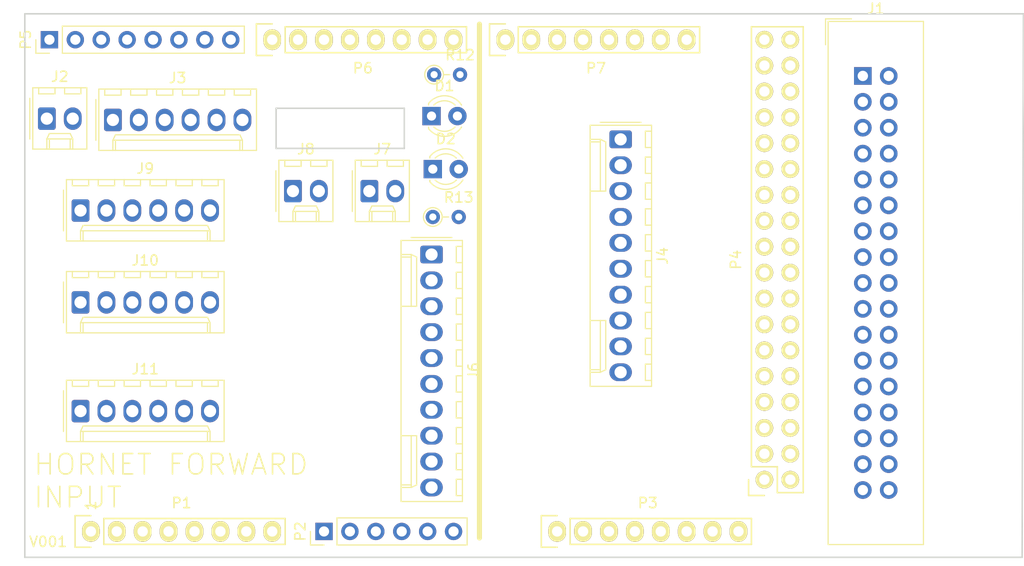
<source format=kicad_pcb>
(kicad_pcb (version 20171130) (host pcbnew "(5.1.5-0-10_14)")

  (general
    (thickness 1.6)
    (drawings 13)
    (tracks 0)
    (zones 0)
    (modules 21)
    (nets 61)
  )

  (page A4)
  (title_block
    (date "mar. 31 mars 2015")
  )

  (layers
    (0 F.Cu signal)
    (31 B.Cu signal)
    (32 B.Adhes user)
    (33 F.Adhes user)
    (34 B.Paste user)
    (35 F.Paste user)
    (36 B.SilkS user)
    (37 F.SilkS user)
    (38 B.Mask user)
    (39 F.Mask user)
    (40 Dwgs.User user)
    (41 Cmts.User user)
    (42 Eco1.User user)
    (43 Eco2.User user)
    (44 Edge.Cuts user)
    (45 Margin user)
    (46 B.CrtYd user)
    (47 F.CrtYd user)
    (48 B.Fab user)
    (49 F.Fab user)
  )

  (setup
    (last_trace_width 0.25)
    (trace_clearance 0.2)
    (zone_clearance 0.508)
    (zone_45_only no)
    (trace_min 0.2)
    (via_size 0.6)
    (via_drill 0.4)
    (via_min_size 0.4)
    (via_min_drill 0.3)
    (uvia_size 0.3)
    (uvia_drill 0.1)
    (uvias_allowed no)
    (uvia_min_size 0.2)
    (uvia_min_drill 0.1)
    (edge_width 0.15)
    (segment_width 0.15)
    (pcb_text_width 0.3)
    (pcb_text_size 1.5 1.5)
    (mod_edge_width 0.15)
    (mod_text_size 1 1)
    (mod_text_width 0.15)
    (pad_size 4.064 4.064)
    (pad_drill 3.048)
    (pad_to_mask_clearance 0)
    (aux_axis_origin 103.378 121.666)
    (visible_elements FFFFFF7F)
    (pcbplotparams
      (layerselection 0x00030_80000001)
      (usegerberextensions false)
      (usegerberattributes false)
      (usegerberadvancedattributes false)
      (creategerberjobfile false)
      (excludeedgelayer true)
      (linewidth 0.100000)
      (plotframeref false)
      (viasonmask false)
      (mode 1)
      (useauxorigin false)
      (hpglpennumber 1)
      (hpglpenspeed 20)
      (hpglpendiameter 15.000000)
      (psnegative false)
      (psa4output false)
      (plotreference true)
      (plotvalue true)
      (plotinvisibletext false)
      (padsonsilk false)
      (subtractmaskfromsilk false)
      (outputformat 1)
      (mirror false)
      (drillshape 1)
      (scaleselection 1)
      (outputdirectory ""))
  )

  (net 0 "")
  (net 1 GND)
  (net 2 /48)
  (net 3 /46)
  (net 4 /47)
  (net 5 /44)
  (net 6 /45)
  (net 7 /42)
  (net 8 /43)
  (net 9 /40)
  (net 10 /41)
  (net 11 /38)
  (net 12 /39)
  (net 13 /36)
  (net 14 /37)
  (net 15 /34)
  (net 16 /35)
  (net 17 /32)
  (net 18 /33)
  (net 19 /30)
  (net 20 /31)
  (net 21 /28)
  (net 22 /29)
  (net 23 /26)
  (net 24 /27)
  (net 25 /24)
  (net 26 /25)
  (net 27 /22)
  (net 28 /23)
  (net 29 +5V)
  (net 30 /A8)
  (net 31 /A9)
  (net 32 /A10)
  (net 33 /A11)
  (net 34 /A12)
  (net 35 /A13)
  (net 36 /A14)
  (net 37 /A15)
  (net 38 GNDD)
  (net 39 /A5)
  (net 40 /A4)
  (net 41 /A3)
  (net 42 /A2)
  (net 43 /A1)
  (net 44 /A0)
  (net 45 +5VL)
  (net 46 /D3)
  (net 47 /D2)
  (net 48 /D1)
  (net 49 /D0)
  (net 50 /D8)
  (net 51 /D7)
  (net 52 /D6)
  (net 53 /D5)
  (net 54 /D13)
  (net 55 /D12)
  (net 56 /D11)
  (net 57 /D9)
  (net 58 "Net-(D1-Pad2)")
  (net 59 "Net-(D2-Pad2)")
  (net 60 "Net-(J2-Pad2)")

  (net_class Default "This is the default net class."
    (clearance 0.2)
    (trace_width 0.25)
    (via_dia 0.6)
    (via_drill 0.4)
    (uvia_dia 0.3)
    (uvia_drill 0.1)
    (add_net +3V3)
    (add_net +5V)
    (add_net +5VL)
    (add_net "/14(Tx3)")
    (add_net "/15(Rx3)")
    (add_net "/16(Tx2)")
    (add_net "/17(Rx2)")
    (add_net "/18(Tx1)")
    (add_net "/19(Rx1)")
    (add_net "/20(SDA)")
    (add_net "/21(SCL)")
    (add_net /22)
    (add_net /23)
    (add_net /24)
    (add_net /25)
    (add_net /26)
    (add_net /27)
    (add_net /28)
    (add_net /29)
    (add_net /30)
    (add_net /31)
    (add_net /32)
    (add_net /33)
    (add_net /34)
    (add_net /35)
    (add_net /36)
    (add_net /37)
    (add_net /38)
    (add_net /39)
    (add_net /40)
    (add_net /41)
    (add_net /42)
    (add_net /43)
    (add_net /44)
    (add_net /45)
    (add_net /46)
    (add_net /47)
    (add_net /48)
    (add_net /49)
    (add_net /A0)
    (add_net /A1)
    (add_net /A10)
    (add_net /A11)
    (add_net /A12)
    (add_net /A13)
    (add_net /A14)
    (add_net /A15)
    (add_net /A2)
    (add_net /A3)
    (add_net /A4)
    (add_net /A5)
    (add_net /A8)
    (add_net /A9)
    (add_net /D0)
    (add_net /D1)
    (add_net /D11)
    (add_net /D12)
    (add_net /D13)
    (add_net /D2)
    (add_net /D3)
    (add_net /D5)
    (add_net /D6)
    (add_net /D7)
    (add_net /D8)
    (add_net /D9)
    (add_net /IOREF)
    (add_net /Reset)
    (add_net /Vin)
    (add_net GND)
    (add_net GNDD)
    (add_net "Net-(D1-Pad2)")
    (add_net "Net-(D2-Pad2)")
    (add_net "Net-(J1-Pad1)")
    (add_net "Net-(J1-Pad29)")
    (add_net "Net-(J1-Pad30)")
    (add_net "Net-(J1-Pad31)")
    (add_net "Net-(J1-Pad32)")
    (add_net "Net-(J1-Pad33)")
    (add_net "Net-(J1-Pad34)")
    (add_net "Net-(J2-Pad2)")
    (add_net "Net-(J3-Pad6)")
    (add_net "Net-(P1-Pad1)")
    (add_net "Net-(P4-Pad3)")
    (add_net "Net-(P4-Pad4)")
    (add_net "Net-(P4-Pad5)")
    (add_net "Net-(P4-Pad6)")
    (add_net "Net-(P5-Pad1)")
    (add_net "Net-(P5-Pad6)")
    (add_net "Net-(P6-Pad4)")
  )

  (module PT_Library_v001:Molex_1x02_P2.54mm_Vertical (layer F.Cu) (tedit 5B78013E) (tstamp 616DDE54)
    (at 151.13 85.725)
    (descr "Molex KK-254 Interconnect System, old/engineering part number: AE-6410-02A example for new part number: 22-27-2021, 2 Pins (http://www.molex.com/pdm_docs/sd/022272021_sd.pdf), generated with kicad-footprint-generator")
    (tags "connector Molex KK-254 side entry")
    (path /61704038)
    (fp_text reference J8 (at 1.27 -4.12) (layer F.SilkS)
      (effects (font (size 1 1) (thickness 0.15)))
    )
    (fp_text value "Address Select 1" (at 1.27 4.08) (layer F.Fab)
      (effects (font (size 1 1) (thickness 0.15)))
    )
    (fp_text user %R (at 1.27 -2.22) (layer F.Fab)
      (effects (font (size 1 1) (thickness 0.15)))
    )
    (fp_line (start 4.31 -3.42) (end -1.77 -3.42) (layer F.CrtYd) (width 0.05))
    (fp_line (start 4.31 3.38) (end 4.31 -3.42) (layer F.CrtYd) (width 0.05))
    (fp_line (start -1.77 3.38) (end 4.31 3.38) (layer F.CrtYd) (width 0.05))
    (fp_line (start -1.77 -3.42) (end -1.77 3.38) (layer F.CrtYd) (width 0.05))
    (fp_line (start 3.34 -2.43) (end 3.34 -3.03) (layer F.SilkS) (width 0.12))
    (fp_line (start 1.74 -2.43) (end 3.34 -2.43) (layer F.SilkS) (width 0.12))
    (fp_line (start 1.74 -3.03) (end 1.74 -2.43) (layer F.SilkS) (width 0.12))
    (fp_line (start 0.8 -2.43) (end 0.8 -3.03) (layer F.SilkS) (width 0.12))
    (fp_line (start -0.8 -2.43) (end 0.8 -2.43) (layer F.SilkS) (width 0.12))
    (fp_line (start -0.8 -3.03) (end -0.8 -2.43) (layer F.SilkS) (width 0.12))
    (fp_line (start 2.29 2.99) (end 2.29 1.99) (layer F.SilkS) (width 0.12))
    (fp_line (start 0.25 2.99) (end 0.25 1.99) (layer F.SilkS) (width 0.12))
    (fp_line (start 2.29 1.46) (end 2.54 1.99) (layer F.SilkS) (width 0.12))
    (fp_line (start 0.25 1.46) (end 2.29 1.46) (layer F.SilkS) (width 0.12))
    (fp_line (start 0 1.99) (end 0.25 1.46) (layer F.SilkS) (width 0.12))
    (fp_line (start 2.54 1.99) (end 2.54 2.99) (layer F.SilkS) (width 0.12))
    (fp_line (start 0 1.99) (end 2.54 1.99) (layer F.SilkS) (width 0.12))
    (fp_line (start 0 2.99) (end 0 1.99) (layer F.SilkS) (width 0.12))
    (fp_line (start -0.562893 0) (end -1.27 0.5) (layer F.Fab) (width 0.1))
    (fp_line (start -1.27 -0.5) (end -0.562893 0) (layer F.Fab) (width 0.1))
    (fp_line (start -1.67 -2) (end -1.67 2) (layer F.SilkS) (width 0.12))
    (fp_line (start 3.92 -3.03) (end -1.38 -3.03) (layer F.SilkS) (width 0.12))
    (fp_line (start 3.92 2.99) (end 3.92 -3.03) (layer F.SilkS) (width 0.12))
    (fp_line (start -1.38 2.99) (end 3.92 2.99) (layer F.SilkS) (width 0.12))
    (fp_line (start -1.38 -3.03) (end -1.38 2.99) (layer F.SilkS) (width 0.12))
    (fp_line (start 3.81 -2.92) (end -1.27 -2.92) (layer F.Fab) (width 0.1))
    (fp_line (start 3.81 2.88) (end 3.81 -2.92) (layer F.Fab) (width 0.1))
    (fp_line (start -1.27 2.88) (end 3.81 2.88) (layer F.Fab) (width 0.1))
    (fp_line (start -1.27 -2.92) (end -1.27 2.88) (layer F.Fab) (width 0.1))
    (pad 2 thru_hole oval (at 2.54 0) (size 1.74 2.2) (drill 1.2) (layers *.Cu *.Mask)
      (net 38 GNDD))
    (pad 1 thru_hole roundrect (at 0 0) (size 1.74 2.2) (drill 1.2) (layers *.Cu *.Mask) (roundrect_rratio 0.143678)
      (net 46 /D3))
    (model ${KISYS3DMOD}/Connector_Molex.3dshapes/Molex_KK-254_AE-6410-02A_1x02_P2.54mm_Vertical.wrl
      (at (xyz 0 0 0))
      (scale (xyz 1 1 1))
      (rotate (xyz 0 0 0))
    )
  )

  (module PT_Library_v001:PT_R_Axial_DIN0204_L3.6mm_D1.6mm_P2.54mm_Vertical (layer F.Cu) (tedit 5AE5139B) (tstamp 616DE1BD)
    (at 164.846 88.265)
    (descr "Resistor, Axial_DIN0204 series, Axial, Vertical, pin pitch=2.54mm, 0.167W, length*diameter=3.6*1.6mm^2, http://cdn-reichelt.de/documents/datenblatt/B400/1_4W%23YAG.pdf")
    (tags "Resistor Axial_DIN0204 series Axial Vertical pin pitch 2.54mm 0.167W length 3.6mm diameter 1.6mm")
    (path /616F7F11)
    (fp_text reference R13 (at 2.54 -1.92) (layer F.SilkS)
      (effects (font (size 1 1) (thickness 0.15)))
    )
    (fp_text value R (at 2.54 1.92) (layer F.Fab)
      (effects (font (size 1 1) (thickness 0.15)))
    )
    (fp_circle (center 0 0) (end 0.8 0) (layer F.Fab) (width 0.1))
    (fp_circle (center 0 0) (end 0.92 0) (layer F.SilkS) (width 0.12))
    (fp_line (start 0 0) (end 2.54 0) (layer F.Fab) (width 0.1))
    (fp_line (start 0.92 0) (end 1.54 0) (layer F.SilkS) (width 0.12))
    (fp_line (start -1.05 -1.05) (end -1.05 1.05) (layer F.CrtYd) (width 0.05))
    (fp_line (start -1.05 1.05) (end 3.49 1.05) (layer F.CrtYd) (width 0.05))
    (fp_line (start 3.49 1.05) (end 3.49 -1.05) (layer F.CrtYd) (width 0.05))
    (fp_line (start 3.49 -1.05) (end -1.05 -1.05) (layer F.CrtYd) (width 0.05))
    (fp_text user %R (at 2.54 -1.92) (layer F.Fab)
      (effects (font (size 1 1) (thickness 0.15)))
    )
    (pad 1 thru_hole circle (at 0 0) (size 1.4 1.4) (drill 0.7) (layers *.Cu *.Mask)
      (net 52 /D6))
    (pad 2 thru_hole oval (at 2.54 0) (size 1.4 1.4) (drill 0.7) (layers *.Cu *.Mask)
      (net 59 "Net-(D2-Pad2)"))
    (model ${KISYS3DMOD}/Resistor_THT.3dshapes/R_Axial_DIN0204_L3.6mm_D1.6mm_P2.54mm_Vertical.wrl
      (at (xyz 0 0 0))
      (scale (xyz 1 1 1))
      (rotate (xyz 0 0 0))
    )
  )

  (module PT_Library_v001:PT_R_Axial_DIN0204_L3.6mm_D1.6mm_P2.54mm_Vertical (layer F.Cu) (tedit 5AE5139B) (tstamp 616DE1AE)
    (at 164.973 74.295)
    (descr "Resistor, Axial_DIN0204 series, Axial, Vertical, pin pitch=2.54mm, 0.167W, length*diameter=3.6*1.6mm^2, http://cdn-reichelt.de/documents/datenblatt/B400/1_4W%23YAG.pdf")
    (tags "Resistor Axial_DIN0204 series Axial Vertical pin pitch 2.54mm 0.167W length 3.6mm diameter 1.6mm")
    (path /616EFF2F)
    (fp_text reference R12 (at 2.54 -1.92) (layer F.SilkS)
      (effects (font (size 1 1) (thickness 0.15)))
    )
    (fp_text value R (at 2.54 1.92) (layer F.Fab)
      (effects (font (size 1 1) (thickness 0.15)))
    )
    (fp_circle (center 0 0) (end 0.8 0) (layer F.Fab) (width 0.1))
    (fp_circle (center 0 0) (end 0.92 0) (layer F.SilkS) (width 0.12))
    (fp_line (start 0 0) (end 2.54 0) (layer F.Fab) (width 0.1))
    (fp_line (start 0.92 0) (end 1.54 0) (layer F.SilkS) (width 0.12))
    (fp_line (start -1.05 -1.05) (end -1.05 1.05) (layer F.CrtYd) (width 0.05))
    (fp_line (start -1.05 1.05) (end 3.49 1.05) (layer F.CrtYd) (width 0.05))
    (fp_line (start 3.49 1.05) (end 3.49 -1.05) (layer F.CrtYd) (width 0.05))
    (fp_line (start 3.49 -1.05) (end -1.05 -1.05) (layer F.CrtYd) (width 0.05))
    (fp_text user %R (at 2.54 -1.92) (layer F.Fab)
      (effects (font (size 1 1) (thickness 0.15)))
    )
    (pad 1 thru_hole circle (at 0 0) (size 1.4 1.4) (drill 0.7) (layers *.Cu *.Mask)
      (net 53 /D5))
    (pad 2 thru_hole oval (at 2.54 0) (size 1.4 1.4) (drill 0.7) (layers *.Cu *.Mask)
      (net 58 "Net-(D1-Pad2)"))
    (model ${KISYS3DMOD}/Resistor_THT.3dshapes/R_Axial_DIN0204_L3.6mm_D1.6mm_P2.54mm_Vertical.wrl
      (at (xyz 0 0 0))
      (scale (xyz 1 1 1))
      (rotate (xyz 0 0 0))
    )
  )

  (module PT_Library_v001:Molex_1x02_P2.54mm_Vertical (layer F.Cu) (tedit 5B78013E) (tstamp 616DDE20)
    (at 158.623 85.725)
    (descr "Molex KK-254 Interconnect System, old/engineering part number: AE-6410-02A example for new part number: 22-27-2021, 2 Pins (http://www.molex.com/pdm_docs/sd/022272021_sd.pdf), generated with kicad-footprint-generator")
    (tags "connector Molex KK-254 side entry")
    (path /61703257)
    (fp_text reference J7 (at 1.27 -4.12) (layer F.SilkS)
      (effects (font (size 1 1) (thickness 0.15)))
    )
    (fp_text value "Address Select 0" (at 1.27 4.08) (layer F.Fab)
      (effects (font (size 1 1) (thickness 0.15)))
    )
    (fp_text user %R (at 1.27 -2.22) (layer F.Fab)
      (effects (font (size 1 1) (thickness 0.15)))
    )
    (fp_line (start 4.31 -3.42) (end -1.77 -3.42) (layer F.CrtYd) (width 0.05))
    (fp_line (start 4.31 3.38) (end 4.31 -3.42) (layer F.CrtYd) (width 0.05))
    (fp_line (start -1.77 3.38) (end 4.31 3.38) (layer F.CrtYd) (width 0.05))
    (fp_line (start -1.77 -3.42) (end -1.77 3.38) (layer F.CrtYd) (width 0.05))
    (fp_line (start 3.34 -2.43) (end 3.34 -3.03) (layer F.SilkS) (width 0.12))
    (fp_line (start 1.74 -2.43) (end 3.34 -2.43) (layer F.SilkS) (width 0.12))
    (fp_line (start 1.74 -3.03) (end 1.74 -2.43) (layer F.SilkS) (width 0.12))
    (fp_line (start 0.8 -2.43) (end 0.8 -3.03) (layer F.SilkS) (width 0.12))
    (fp_line (start -0.8 -2.43) (end 0.8 -2.43) (layer F.SilkS) (width 0.12))
    (fp_line (start -0.8 -3.03) (end -0.8 -2.43) (layer F.SilkS) (width 0.12))
    (fp_line (start 2.29 2.99) (end 2.29 1.99) (layer F.SilkS) (width 0.12))
    (fp_line (start 0.25 2.99) (end 0.25 1.99) (layer F.SilkS) (width 0.12))
    (fp_line (start 2.29 1.46) (end 2.54 1.99) (layer F.SilkS) (width 0.12))
    (fp_line (start 0.25 1.46) (end 2.29 1.46) (layer F.SilkS) (width 0.12))
    (fp_line (start 0 1.99) (end 0.25 1.46) (layer F.SilkS) (width 0.12))
    (fp_line (start 2.54 1.99) (end 2.54 2.99) (layer F.SilkS) (width 0.12))
    (fp_line (start 0 1.99) (end 2.54 1.99) (layer F.SilkS) (width 0.12))
    (fp_line (start 0 2.99) (end 0 1.99) (layer F.SilkS) (width 0.12))
    (fp_line (start -0.562893 0) (end -1.27 0.5) (layer F.Fab) (width 0.1))
    (fp_line (start -1.27 -0.5) (end -0.562893 0) (layer F.Fab) (width 0.1))
    (fp_line (start -1.67 -2) (end -1.67 2) (layer F.SilkS) (width 0.12))
    (fp_line (start 3.92 -3.03) (end -1.38 -3.03) (layer F.SilkS) (width 0.12))
    (fp_line (start 3.92 2.99) (end 3.92 -3.03) (layer F.SilkS) (width 0.12))
    (fp_line (start -1.38 2.99) (end 3.92 2.99) (layer F.SilkS) (width 0.12))
    (fp_line (start -1.38 -3.03) (end -1.38 2.99) (layer F.SilkS) (width 0.12))
    (fp_line (start 3.81 -2.92) (end -1.27 -2.92) (layer F.Fab) (width 0.1))
    (fp_line (start 3.81 2.88) (end 3.81 -2.92) (layer F.Fab) (width 0.1))
    (fp_line (start -1.27 2.88) (end 3.81 2.88) (layer F.Fab) (width 0.1))
    (fp_line (start -1.27 -2.92) (end -1.27 2.88) (layer F.Fab) (width 0.1))
    (pad 2 thru_hole oval (at 2.54 0) (size 1.74 2.2) (drill 1.2) (layers *.Cu *.Mask)
      (net 38 GNDD))
    (pad 1 thru_hole roundrect (at 0 0) (size 1.74 2.2) (drill 1.2) (layers *.Cu *.Mask) (roundrect_rratio 0.143678)
      (net 47 /D2))
    (model ${KISYS3DMOD}/Connector_Molex.3dshapes/Molex_KK-254_AE-6410-02A_1x02_P2.54mm_Vertical.wrl
      (at (xyz 0 0 0))
      (scale (xyz 1 1 1))
      (rotate (xyz 0 0 0))
    )
  )

  (module PT_Library_v001:Molex_1x06_P2.54mm_Vertical (layer F.Cu) (tedit 5B78013E) (tstamp 616DDD21)
    (at 133.477 78.74)
    (descr "Molex KK-254 Interconnect System, old/engineering part number: AE-6410-06A example for new part number: 22-27-2061, 6 Pins (http://www.molex.com/pdm_docs/sd/022272021_sd.pdf), generated with kicad-footprint-generator")
    (tags "connector Molex KK-254 side entry")
    (path /61726457)
    (fp_text reference J3 (at 6.35 -4.12) (layer F.SilkS)
      (effects (font (size 1 1) (thickness 0.15)))
    )
    (fp_text value "7219 OUT" (at 6.35 4.08) (layer F.Fab)
      (effects (font (size 1 1) (thickness 0.15)))
    )
    (fp_text user %R (at 6.35 -2.22) (layer F.Fab)
      (effects (font (size 1 1) (thickness 0.15)))
    )
    (fp_line (start 14.47 -3.42) (end -1.77 -3.42) (layer F.CrtYd) (width 0.05))
    (fp_line (start 14.47 3.38) (end 14.47 -3.42) (layer F.CrtYd) (width 0.05))
    (fp_line (start -1.77 3.38) (end 14.47 3.38) (layer F.CrtYd) (width 0.05))
    (fp_line (start -1.77 -3.42) (end -1.77 3.38) (layer F.CrtYd) (width 0.05))
    (fp_line (start 13.5 -2.43) (end 13.5 -3.03) (layer F.SilkS) (width 0.12))
    (fp_line (start 11.9 -2.43) (end 13.5 -2.43) (layer F.SilkS) (width 0.12))
    (fp_line (start 11.9 -3.03) (end 11.9 -2.43) (layer F.SilkS) (width 0.12))
    (fp_line (start 10.96 -2.43) (end 10.96 -3.03) (layer F.SilkS) (width 0.12))
    (fp_line (start 9.36 -2.43) (end 10.96 -2.43) (layer F.SilkS) (width 0.12))
    (fp_line (start 9.36 -3.03) (end 9.36 -2.43) (layer F.SilkS) (width 0.12))
    (fp_line (start 8.42 -2.43) (end 8.42 -3.03) (layer F.SilkS) (width 0.12))
    (fp_line (start 6.82 -2.43) (end 8.42 -2.43) (layer F.SilkS) (width 0.12))
    (fp_line (start 6.82 -3.03) (end 6.82 -2.43) (layer F.SilkS) (width 0.12))
    (fp_line (start 5.88 -2.43) (end 5.88 -3.03) (layer F.SilkS) (width 0.12))
    (fp_line (start 4.28 -2.43) (end 5.88 -2.43) (layer F.SilkS) (width 0.12))
    (fp_line (start 4.28 -3.03) (end 4.28 -2.43) (layer F.SilkS) (width 0.12))
    (fp_line (start 3.34 -2.43) (end 3.34 -3.03) (layer F.SilkS) (width 0.12))
    (fp_line (start 1.74 -2.43) (end 3.34 -2.43) (layer F.SilkS) (width 0.12))
    (fp_line (start 1.74 -3.03) (end 1.74 -2.43) (layer F.SilkS) (width 0.12))
    (fp_line (start 0.8 -2.43) (end 0.8 -3.03) (layer F.SilkS) (width 0.12))
    (fp_line (start -0.8 -2.43) (end 0.8 -2.43) (layer F.SilkS) (width 0.12))
    (fp_line (start -0.8 -3.03) (end -0.8 -2.43) (layer F.SilkS) (width 0.12))
    (fp_line (start 12.45 2.99) (end 12.45 1.99) (layer F.SilkS) (width 0.12))
    (fp_line (start 0.25 2.99) (end 0.25 1.99) (layer F.SilkS) (width 0.12))
    (fp_line (start 12.45 1.46) (end 12.7 1.99) (layer F.SilkS) (width 0.12))
    (fp_line (start 0.25 1.46) (end 12.45 1.46) (layer F.SilkS) (width 0.12))
    (fp_line (start 0 1.99) (end 0.25 1.46) (layer F.SilkS) (width 0.12))
    (fp_line (start 12.7 1.99) (end 12.7 2.99) (layer F.SilkS) (width 0.12))
    (fp_line (start 0 1.99) (end 12.7 1.99) (layer F.SilkS) (width 0.12))
    (fp_line (start 0 2.99) (end 0 1.99) (layer F.SilkS) (width 0.12))
    (fp_line (start -0.562893 0) (end -1.27 0.5) (layer F.Fab) (width 0.1))
    (fp_line (start -1.27 -0.5) (end -0.562893 0) (layer F.Fab) (width 0.1))
    (fp_line (start -1.67 -2) (end -1.67 2) (layer F.SilkS) (width 0.12))
    (fp_line (start 14.08 -3.03) (end -1.38 -3.03) (layer F.SilkS) (width 0.12))
    (fp_line (start 14.08 2.99) (end 14.08 -3.03) (layer F.SilkS) (width 0.12))
    (fp_line (start -1.38 2.99) (end 14.08 2.99) (layer F.SilkS) (width 0.12))
    (fp_line (start -1.38 -3.03) (end -1.38 2.99) (layer F.SilkS) (width 0.12))
    (fp_line (start 13.97 -2.92) (end -1.27 -2.92) (layer F.Fab) (width 0.1))
    (fp_line (start 13.97 2.88) (end 13.97 -2.92) (layer F.Fab) (width 0.1))
    (fp_line (start -1.27 2.88) (end 13.97 2.88) (layer F.Fab) (width 0.1))
    (fp_line (start -1.27 -2.92) (end -1.27 2.88) (layer F.Fab) (width 0.1))
    (pad 6 thru_hole oval (at 12.7 0) (size 1.74 2.2) (drill 1.2) (layers *.Cu *.Mask))
    (pad 5 thru_hole oval (at 10.16 0) (size 1.74 2.2) (drill 1.2) (layers *.Cu *.Mask)
      (net 51 /D7))
    (pad 4 thru_hole oval (at 7.62 0) (size 1.74 2.2) (drill 1.2) (layers *.Cu *.Mask)
      (net 50 /D8))
    (pad 3 thru_hole oval (at 5.08 0) (size 1.74 2.2) (drill 1.2) (layers *.Cu *.Mask)
      (net 57 /D9))
    (pad 2 thru_hole oval (at 2.54 0) (size 1.74 2.2) (drill 1.2) (layers *.Cu *.Mask)
      (net 38 GNDD))
    (pad 1 thru_hole roundrect (at 0 0) (size 1.74 2.2) (drill 1.2) (layers *.Cu *.Mask) (roundrect_rratio 0.143678)
      (net 60 "Net-(J2-Pad2)"))
    (model ${KISYS3DMOD}/Connector_Molex.3dshapes/Molex_KK-254_AE-6410-06A_1x06_P2.54mm_Vertical.wrl
      (at (xyz 0 0 0))
      (scale (xyz 1 1 1))
      (rotate (xyz 0 0 0))
    )
  )

  (module PT_Library_v001:Molex_1x02_P2.54mm_Vertical (layer F.Cu) (tedit 5B78013E) (tstamp 616DDCED)
    (at 127 78.613)
    (descr "Molex KK-254 Interconnect System, old/engineering part number: AE-6410-02A example for new part number: 22-27-2021, 2 Pins (http://www.molex.com/pdm_docs/sd/022272021_sd.pdf), generated with kicad-footprint-generator")
    (tags "connector Molex KK-254 side entry")
    (path /61728B28)
    (fp_text reference J2 (at 1.27 -4.12) (layer F.SilkS)
      (effects (font (size 1 1) (thickness 0.15)))
    )
    (fp_text value "5V to Max7219" (at 1.27 4.08) (layer F.Fab)
      (effects (font (size 1 1) (thickness 0.15)))
    )
    (fp_text user %R (at 1.27 -2.22) (layer F.Fab)
      (effects (font (size 1 1) (thickness 0.15)))
    )
    (fp_line (start 4.31 -3.42) (end -1.77 -3.42) (layer F.CrtYd) (width 0.05))
    (fp_line (start 4.31 3.38) (end 4.31 -3.42) (layer F.CrtYd) (width 0.05))
    (fp_line (start -1.77 3.38) (end 4.31 3.38) (layer F.CrtYd) (width 0.05))
    (fp_line (start -1.77 -3.42) (end -1.77 3.38) (layer F.CrtYd) (width 0.05))
    (fp_line (start 3.34 -2.43) (end 3.34 -3.03) (layer F.SilkS) (width 0.12))
    (fp_line (start 1.74 -2.43) (end 3.34 -2.43) (layer F.SilkS) (width 0.12))
    (fp_line (start 1.74 -3.03) (end 1.74 -2.43) (layer F.SilkS) (width 0.12))
    (fp_line (start 0.8 -2.43) (end 0.8 -3.03) (layer F.SilkS) (width 0.12))
    (fp_line (start -0.8 -2.43) (end 0.8 -2.43) (layer F.SilkS) (width 0.12))
    (fp_line (start -0.8 -3.03) (end -0.8 -2.43) (layer F.SilkS) (width 0.12))
    (fp_line (start 2.29 2.99) (end 2.29 1.99) (layer F.SilkS) (width 0.12))
    (fp_line (start 0.25 2.99) (end 0.25 1.99) (layer F.SilkS) (width 0.12))
    (fp_line (start 2.29 1.46) (end 2.54 1.99) (layer F.SilkS) (width 0.12))
    (fp_line (start 0.25 1.46) (end 2.29 1.46) (layer F.SilkS) (width 0.12))
    (fp_line (start 0 1.99) (end 0.25 1.46) (layer F.SilkS) (width 0.12))
    (fp_line (start 2.54 1.99) (end 2.54 2.99) (layer F.SilkS) (width 0.12))
    (fp_line (start 0 1.99) (end 2.54 1.99) (layer F.SilkS) (width 0.12))
    (fp_line (start 0 2.99) (end 0 1.99) (layer F.SilkS) (width 0.12))
    (fp_line (start -0.562893 0) (end -1.27 0.5) (layer F.Fab) (width 0.1))
    (fp_line (start -1.27 -0.5) (end -0.562893 0) (layer F.Fab) (width 0.1))
    (fp_line (start -1.67 -2) (end -1.67 2) (layer F.SilkS) (width 0.12))
    (fp_line (start 3.92 -3.03) (end -1.38 -3.03) (layer F.SilkS) (width 0.12))
    (fp_line (start 3.92 2.99) (end 3.92 -3.03) (layer F.SilkS) (width 0.12))
    (fp_line (start -1.38 2.99) (end 3.92 2.99) (layer F.SilkS) (width 0.12))
    (fp_line (start -1.38 -3.03) (end -1.38 2.99) (layer F.SilkS) (width 0.12))
    (fp_line (start 3.81 -2.92) (end -1.27 -2.92) (layer F.Fab) (width 0.1))
    (fp_line (start 3.81 2.88) (end 3.81 -2.92) (layer F.Fab) (width 0.1))
    (fp_line (start -1.27 2.88) (end 3.81 2.88) (layer F.Fab) (width 0.1))
    (fp_line (start -1.27 -2.92) (end -1.27 2.88) (layer F.Fab) (width 0.1))
    (pad 2 thru_hole oval (at 2.54 0) (size 1.74 2.2) (drill 1.2) (layers *.Cu *.Mask)
      (net 60 "Net-(J2-Pad2)"))
    (pad 1 thru_hole roundrect (at 0 0) (size 1.74 2.2) (drill 1.2) (layers *.Cu *.Mask) (roundrect_rratio 0.143678)
      (net 45 +5VL))
    (model ${KISYS3DMOD}/Connector_Molex.3dshapes/Molex_KK-254_AE-6410-02A_1x02_P2.54mm_Vertical.wrl
      (at (xyz 0 0 0))
      (scale (xyz 1 1 1))
      (rotate (xyz 0 0 0))
    )
  )

  (module LED_THT:LED_D3.0mm (layer F.Cu) (tedit 587A3A7B) (tstamp 616DDC4B)
    (at 164.846 83.566)
    (descr "LED, diameter 3.0mm, 2 pins")
    (tags "LED diameter 3.0mm 2 pins")
    (path /616F7F07)
    (fp_text reference D2 (at 1.27 -2.96) (layer F.SilkS)
      (effects (font (size 1 1) (thickness 0.15)))
    )
    (fp_text value RED (at 1.27 2.96) (layer F.Fab)
      (effects (font (size 1 1) (thickness 0.15)))
    )
    (fp_line (start 3.7 -2.25) (end -1.15 -2.25) (layer F.CrtYd) (width 0.05))
    (fp_line (start 3.7 2.25) (end 3.7 -2.25) (layer F.CrtYd) (width 0.05))
    (fp_line (start -1.15 2.25) (end 3.7 2.25) (layer F.CrtYd) (width 0.05))
    (fp_line (start -1.15 -2.25) (end -1.15 2.25) (layer F.CrtYd) (width 0.05))
    (fp_line (start -0.29 1.08) (end -0.29 1.236) (layer F.SilkS) (width 0.12))
    (fp_line (start -0.29 -1.236) (end -0.29 -1.08) (layer F.SilkS) (width 0.12))
    (fp_line (start -0.23 -1.16619) (end -0.23 1.16619) (layer F.Fab) (width 0.1))
    (fp_circle (center 1.27 0) (end 2.77 0) (layer F.Fab) (width 0.1))
    (fp_arc (start 1.27 0) (end 0.229039 1.08) (angle -87.9) (layer F.SilkS) (width 0.12))
    (fp_arc (start 1.27 0) (end 0.229039 -1.08) (angle 87.9) (layer F.SilkS) (width 0.12))
    (fp_arc (start 1.27 0) (end -0.29 1.235516) (angle -108.8) (layer F.SilkS) (width 0.12))
    (fp_arc (start 1.27 0) (end -0.29 -1.235516) (angle 108.8) (layer F.SilkS) (width 0.12))
    (fp_arc (start 1.27 0) (end -0.23 -1.16619) (angle 284.3) (layer F.Fab) (width 0.1))
    (pad 2 thru_hole circle (at 2.54 0) (size 1.8 1.8) (drill 0.9) (layers *.Cu *.Mask)
      (net 59 "Net-(D2-Pad2)"))
    (pad 1 thru_hole rect (at 0 0) (size 1.8 1.8) (drill 0.9) (layers *.Cu *.Mask)
      (net 38 GNDD))
    (model ${KISYS3DMOD}/LED_THT.3dshapes/LED_D3.0mm.wrl
      (at (xyz 0 0 0))
      (scale (xyz 1 1 1))
      (rotate (xyz 0 0 0))
    )
  )

  (module LED_THT:LED_D3.0mm (layer F.Cu) (tedit 587A3A7B) (tstamp 616DDC38)
    (at 164.719 78.359)
    (descr "LED, diameter 3.0mm, 2 pins")
    (tags "LED diameter 3.0mm 2 pins")
    (path /616EE56B)
    (fp_text reference D1 (at 1.27 -2.96) (layer F.SilkS)
      (effects (font (size 1 1) (thickness 0.15)))
    )
    (fp_text value GREEN (at 1.27 2.96) (layer F.Fab)
      (effects (font (size 1 1) (thickness 0.15)))
    )
    (fp_line (start 3.7 -2.25) (end -1.15 -2.25) (layer F.CrtYd) (width 0.05))
    (fp_line (start 3.7 2.25) (end 3.7 -2.25) (layer F.CrtYd) (width 0.05))
    (fp_line (start -1.15 2.25) (end 3.7 2.25) (layer F.CrtYd) (width 0.05))
    (fp_line (start -1.15 -2.25) (end -1.15 2.25) (layer F.CrtYd) (width 0.05))
    (fp_line (start -0.29 1.08) (end -0.29 1.236) (layer F.SilkS) (width 0.12))
    (fp_line (start -0.29 -1.236) (end -0.29 -1.08) (layer F.SilkS) (width 0.12))
    (fp_line (start -0.23 -1.16619) (end -0.23 1.16619) (layer F.Fab) (width 0.1))
    (fp_circle (center 1.27 0) (end 2.77 0) (layer F.Fab) (width 0.1))
    (fp_arc (start 1.27 0) (end 0.229039 1.08) (angle -87.9) (layer F.SilkS) (width 0.12))
    (fp_arc (start 1.27 0) (end 0.229039 -1.08) (angle 87.9) (layer F.SilkS) (width 0.12))
    (fp_arc (start 1.27 0) (end -0.29 1.235516) (angle -108.8) (layer F.SilkS) (width 0.12))
    (fp_arc (start 1.27 0) (end -0.29 -1.235516) (angle 108.8) (layer F.SilkS) (width 0.12))
    (fp_arc (start 1.27 0) (end -0.23 -1.16619) (angle 284.3) (layer F.Fab) (width 0.1))
    (pad 2 thru_hole circle (at 2.54 0) (size 1.8 1.8) (drill 0.9) (layers *.Cu *.Mask)
      (net 58 "Net-(D1-Pad2)"))
    (pad 1 thru_hole rect (at 0 0) (size 1.8 1.8) (drill 0.9) (layers *.Cu *.Mask)
      (net 38 GNDD))
    (model ${KISYS3DMOD}/LED_THT.3dshapes/LED_D3.0mm.wrl
      (at (xyz 0 0 0))
      (scale (xyz 1 1 1))
      (rotate (xyz 0 0 0))
    )
  )

  (module PT_Library_v001:Molex_1x06_P2.54mm_Vertical (layer F.Cu) (tedit 5B78013E) (tstamp 616BF44F)
    (at 130.302 107.315)
    (descr "Molex KK-254 Interconnect System, old/engineering part number: AE-6410-06A example for new part number: 22-27-2061, 6 Pins (http://www.molex.com/pdm_docs/sd/022272021_sd.pdf), generated with kicad-footprint-generator")
    (tags "connector Molex KK-254 side entry")
    (path /61851AAB)
    (fp_text reference J11 (at 6.35 -4.12) (layer F.SilkS)
      (effects (font (size 1 1) (thickness 0.15)))
    )
    (fp_text value "DIGITAL C" (at 6.35 4.08) (layer F.Fab)
      (effects (font (size 1 1) (thickness 0.15)))
    )
    (fp_text user %R (at 6.35 -2.22) (layer F.Fab)
      (effects (font (size 1 1) (thickness 0.15)))
    )
    (fp_line (start 14.47 -3.42) (end -1.77 -3.42) (layer F.CrtYd) (width 0.05))
    (fp_line (start 14.47 3.38) (end 14.47 -3.42) (layer F.CrtYd) (width 0.05))
    (fp_line (start -1.77 3.38) (end 14.47 3.38) (layer F.CrtYd) (width 0.05))
    (fp_line (start -1.77 -3.42) (end -1.77 3.38) (layer F.CrtYd) (width 0.05))
    (fp_line (start 13.5 -2.43) (end 13.5 -3.03) (layer F.SilkS) (width 0.12))
    (fp_line (start 11.9 -2.43) (end 13.5 -2.43) (layer F.SilkS) (width 0.12))
    (fp_line (start 11.9 -3.03) (end 11.9 -2.43) (layer F.SilkS) (width 0.12))
    (fp_line (start 10.96 -2.43) (end 10.96 -3.03) (layer F.SilkS) (width 0.12))
    (fp_line (start 9.36 -2.43) (end 10.96 -2.43) (layer F.SilkS) (width 0.12))
    (fp_line (start 9.36 -3.03) (end 9.36 -2.43) (layer F.SilkS) (width 0.12))
    (fp_line (start 8.42 -2.43) (end 8.42 -3.03) (layer F.SilkS) (width 0.12))
    (fp_line (start 6.82 -2.43) (end 8.42 -2.43) (layer F.SilkS) (width 0.12))
    (fp_line (start 6.82 -3.03) (end 6.82 -2.43) (layer F.SilkS) (width 0.12))
    (fp_line (start 5.88 -2.43) (end 5.88 -3.03) (layer F.SilkS) (width 0.12))
    (fp_line (start 4.28 -2.43) (end 5.88 -2.43) (layer F.SilkS) (width 0.12))
    (fp_line (start 4.28 -3.03) (end 4.28 -2.43) (layer F.SilkS) (width 0.12))
    (fp_line (start 3.34 -2.43) (end 3.34 -3.03) (layer F.SilkS) (width 0.12))
    (fp_line (start 1.74 -2.43) (end 3.34 -2.43) (layer F.SilkS) (width 0.12))
    (fp_line (start 1.74 -3.03) (end 1.74 -2.43) (layer F.SilkS) (width 0.12))
    (fp_line (start 0.8 -2.43) (end 0.8 -3.03) (layer F.SilkS) (width 0.12))
    (fp_line (start -0.8 -2.43) (end 0.8 -2.43) (layer F.SilkS) (width 0.12))
    (fp_line (start -0.8 -3.03) (end -0.8 -2.43) (layer F.SilkS) (width 0.12))
    (fp_line (start 12.45 2.99) (end 12.45 1.99) (layer F.SilkS) (width 0.12))
    (fp_line (start 0.25 2.99) (end 0.25 1.99) (layer F.SilkS) (width 0.12))
    (fp_line (start 12.45 1.46) (end 12.7 1.99) (layer F.SilkS) (width 0.12))
    (fp_line (start 0.25 1.46) (end 12.45 1.46) (layer F.SilkS) (width 0.12))
    (fp_line (start 0 1.99) (end 0.25 1.46) (layer F.SilkS) (width 0.12))
    (fp_line (start 12.7 1.99) (end 12.7 2.99) (layer F.SilkS) (width 0.12))
    (fp_line (start 0 1.99) (end 12.7 1.99) (layer F.SilkS) (width 0.12))
    (fp_line (start 0 2.99) (end 0 1.99) (layer F.SilkS) (width 0.12))
    (fp_line (start -0.562893 0) (end -1.27 0.5) (layer F.Fab) (width 0.1))
    (fp_line (start -1.27 -0.5) (end -0.562893 0) (layer F.Fab) (width 0.1))
    (fp_line (start -1.67 -2) (end -1.67 2) (layer F.SilkS) (width 0.12))
    (fp_line (start 14.08 -3.03) (end -1.38 -3.03) (layer F.SilkS) (width 0.12))
    (fp_line (start 14.08 2.99) (end 14.08 -3.03) (layer F.SilkS) (width 0.12))
    (fp_line (start -1.38 2.99) (end 14.08 2.99) (layer F.SilkS) (width 0.12))
    (fp_line (start -1.38 -3.03) (end -1.38 2.99) (layer F.SilkS) (width 0.12))
    (fp_line (start 13.97 -2.92) (end -1.27 -2.92) (layer F.Fab) (width 0.1))
    (fp_line (start 13.97 2.88) (end 13.97 -2.92) (layer F.Fab) (width 0.1))
    (fp_line (start -1.27 2.88) (end 13.97 2.88) (layer F.Fab) (width 0.1))
    (fp_line (start -1.27 -2.92) (end -1.27 2.88) (layer F.Fab) (width 0.1))
    (pad 6 thru_hole oval (at 12.7 0) (size 1.74 2.2) (drill 1.2) (layers *.Cu *.Mask)
      (net 54 /D13))
    (pad 5 thru_hole oval (at 10.16 0) (size 1.74 2.2) (drill 1.2) (layers *.Cu *.Mask)
      (net 55 /D12))
    (pad 4 thru_hole oval (at 7.62 0) (size 1.74 2.2) (drill 1.2) (layers *.Cu *.Mask)
      (net 56 /D11))
    (pad 3 thru_hole oval (at 5.08 0) (size 1.74 2.2) (drill 1.2) (layers *.Cu *.Mask)
      (net 57 /D9))
    (pad 2 thru_hole oval (at 2.54 0) (size 1.74 2.2) (drill 1.2) (layers *.Cu *.Mask)
      (net 38 GNDD))
    (pad 1 thru_hole roundrect (at 0 0) (size 1.74 2.2) (drill 1.2) (layers *.Cu *.Mask) (roundrect_rratio 0.143678)
      (net 45 +5VL))
    (model ${KISYS3DMOD}/Connector_Molex.3dshapes/Molex_KK-254_AE-6410-06A_1x06_P2.54mm_Vertical.wrl
      (at (xyz 0 0 0))
      (scale (xyz 1 1 1))
      (rotate (xyz 0 0 0))
    )
  )

  (module PT_Library_v001:Molex_1x06_P2.54mm_Vertical (layer F.Cu) (tedit 5B78013E) (tstamp 616BF41B)
    (at 130.302 96.647)
    (descr "Molex KK-254 Interconnect System, old/engineering part number: AE-6410-06A example for new part number: 22-27-2061, 6 Pins (http://www.molex.com/pdm_docs/sd/022272021_sd.pdf), generated with kicad-footprint-generator")
    (tags "connector Molex KK-254 side entry")
    (path /618381F7)
    (fp_text reference J10 (at 6.35 -4.12) (layer F.SilkS)
      (effects (font (size 1 1) (thickness 0.15)))
    )
    (fp_text value "DIGITAL B" (at 6.35 4.08) (layer F.Fab)
      (effects (font (size 1 1) (thickness 0.15)))
    )
    (fp_text user %R (at 6.35 -2.22) (layer F.Fab)
      (effects (font (size 1 1) (thickness 0.15)))
    )
    (fp_line (start 14.47 -3.42) (end -1.77 -3.42) (layer F.CrtYd) (width 0.05))
    (fp_line (start 14.47 3.38) (end 14.47 -3.42) (layer F.CrtYd) (width 0.05))
    (fp_line (start -1.77 3.38) (end 14.47 3.38) (layer F.CrtYd) (width 0.05))
    (fp_line (start -1.77 -3.42) (end -1.77 3.38) (layer F.CrtYd) (width 0.05))
    (fp_line (start 13.5 -2.43) (end 13.5 -3.03) (layer F.SilkS) (width 0.12))
    (fp_line (start 11.9 -2.43) (end 13.5 -2.43) (layer F.SilkS) (width 0.12))
    (fp_line (start 11.9 -3.03) (end 11.9 -2.43) (layer F.SilkS) (width 0.12))
    (fp_line (start 10.96 -2.43) (end 10.96 -3.03) (layer F.SilkS) (width 0.12))
    (fp_line (start 9.36 -2.43) (end 10.96 -2.43) (layer F.SilkS) (width 0.12))
    (fp_line (start 9.36 -3.03) (end 9.36 -2.43) (layer F.SilkS) (width 0.12))
    (fp_line (start 8.42 -2.43) (end 8.42 -3.03) (layer F.SilkS) (width 0.12))
    (fp_line (start 6.82 -2.43) (end 8.42 -2.43) (layer F.SilkS) (width 0.12))
    (fp_line (start 6.82 -3.03) (end 6.82 -2.43) (layer F.SilkS) (width 0.12))
    (fp_line (start 5.88 -2.43) (end 5.88 -3.03) (layer F.SilkS) (width 0.12))
    (fp_line (start 4.28 -2.43) (end 5.88 -2.43) (layer F.SilkS) (width 0.12))
    (fp_line (start 4.28 -3.03) (end 4.28 -2.43) (layer F.SilkS) (width 0.12))
    (fp_line (start 3.34 -2.43) (end 3.34 -3.03) (layer F.SilkS) (width 0.12))
    (fp_line (start 1.74 -2.43) (end 3.34 -2.43) (layer F.SilkS) (width 0.12))
    (fp_line (start 1.74 -3.03) (end 1.74 -2.43) (layer F.SilkS) (width 0.12))
    (fp_line (start 0.8 -2.43) (end 0.8 -3.03) (layer F.SilkS) (width 0.12))
    (fp_line (start -0.8 -2.43) (end 0.8 -2.43) (layer F.SilkS) (width 0.12))
    (fp_line (start -0.8 -3.03) (end -0.8 -2.43) (layer F.SilkS) (width 0.12))
    (fp_line (start 12.45 2.99) (end 12.45 1.99) (layer F.SilkS) (width 0.12))
    (fp_line (start 0.25 2.99) (end 0.25 1.99) (layer F.SilkS) (width 0.12))
    (fp_line (start 12.45 1.46) (end 12.7 1.99) (layer F.SilkS) (width 0.12))
    (fp_line (start 0.25 1.46) (end 12.45 1.46) (layer F.SilkS) (width 0.12))
    (fp_line (start 0 1.99) (end 0.25 1.46) (layer F.SilkS) (width 0.12))
    (fp_line (start 12.7 1.99) (end 12.7 2.99) (layer F.SilkS) (width 0.12))
    (fp_line (start 0 1.99) (end 12.7 1.99) (layer F.SilkS) (width 0.12))
    (fp_line (start 0 2.99) (end 0 1.99) (layer F.SilkS) (width 0.12))
    (fp_line (start -0.562893 0) (end -1.27 0.5) (layer F.Fab) (width 0.1))
    (fp_line (start -1.27 -0.5) (end -0.562893 0) (layer F.Fab) (width 0.1))
    (fp_line (start -1.67 -2) (end -1.67 2) (layer F.SilkS) (width 0.12))
    (fp_line (start 14.08 -3.03) (end -1.38 -3.03) (layer F.SilkS) (width 0.12))
    (fp_line (start 14.08 2.99) (end 14.08 -3.03) (layer F.SilkS) (width 0.12))
    (fp_line (start -1.38 2.99) (end 14.08 2.99) (layer F.SilkS) (width 0.12))
    (fp_line (start -1.38 -3.03) (end -1.38 2.99) (layer F.SilkS) (width 0.12))
    (fp_line (start 13.97 -2.92) (end -1.27 -2.92) (layer F.Fab) (width 0.1))
    (fp_line (start 13.97 2.88) (end 13.97 -2.92) (layer F.Fab) (width 0.1))
    (fp_line (start -1.27 2.88) (end 13.97 2.88) (layer F.Fab) (width 0.1))
    (fp_line (start -1.27 -2.92) (end -1.27 2.88) (layer F.Fab) (width 0.1))
    (pad 6 thru_hole oval (at 12.7 0) (size 1.74 2.2) (drill 1.2) (layers *.Cu *.Mask)
      (net 50 /D8))
    (pad 5 thru_hole oval (at 10.16 0) (size 1.74 2.2) (drill 1.2) (layers *.Cu *.Mask)
      (net 51 /D7))
    (pad 4 thru_hole oval (at 7.62 0) (size 1.74 2.2) (drill 1.2) (layers *.Cu *.Mask)
      (net 52 /D6))
    (pad 3 thru_hole oval (at 5.08 0) (size 1.74 2.2) (drill 1.2) (layers *.Cu *.Mask)
      (net 53 /D5))
    (pad 2 thru_hole oval (at 2.54 0) (size 1.74 2.2) (drill 1.2) (layers *.Cu *.Mask)
      (net 38 GNDD))
    (pad 1 thru_hole roundrect (at 0 0) (size 1.74 2.2) (drill 1.2) (layers *.Cu *.Mask) (roundrect_rratio 0.143678)
      (net 45 +5VL))
    (model ${KISYS3DMOD}/Connector_Molex.3dshapes/Molex_KK-254_AE-6410-06A_1x06_P2.54mm_Vertical.wrl
      (at (xyz 0 0 0))
      (scale (xyz 1 1 1))
      (rotate (xyz 0 0 0))
    )
  )

  (module PT_Library_v001:Molex_1x06_P2.54mm_Vertical (layer F.Cu) (tedit 5B78013E) (tstamp 616BF3E7)
    (at 130.302 87.63)
    (descr "Molex KK-254 Interconnect System, old/engineering part number: AE-6410-06A example for new part number: 22-27-2061, 6 Pins (http://www.molex.com/pdm_docs/sd/022272021_sd.pdf), generated with kicad-footprint-generator")
    (tags "connector Molex KK-254 side entry")
    (path /61828261)
    (fp_text reference J9 (at 6.35 -4.12) (layer F.SilkS)
      (effects (font (size 1 1) (thickness 0.15)))
    )
    (fp_text value "DIGITAL A" (at 6.35 4.08) (layer F.Fab)
      (effects (font (size 1 1) (thickness 0.15)))
    )
    (fp_text user %R (at 6.35 -2.22) (layer F.Fab)
      (effects (font (size 1 1) (thickness 0.15)))
    )
    (fp_line (start 14.47 -3.42) (end -1.77 -3.42) (layer F.CrtYd) (width 0.05))
    (fp_line (start 14.47 3.38) (end 14.47 -3.42) (layer F.CrtYd) (width 0.05))
    (fp_line (start -1.77 3.38) (end 14.47 3.38) (layer F.CrtYd) (width 0.05))
    (fp_line (start -1.77 -3.42) (end -1.77 3.38) (layer F.CrtYd) (width 0.05))
    (fp_line (start 13.5 -2.43) (end 13.5 -3.03) (layer F.SilkS) (width 0.12))
    (fp_line (start 11.9 -2.43) (end 13.5 -2.43) (layer F.SilkS) (width 0.12))
    (fp_line (start 11.9 -3.03) (end 11.9 -2.43) (layer F.SilkS) (width 0.12))
    (fp_line (start 10.96 -2.43) (end 10.96 -3.03) (layer F.SilkS) (width 0.12))
    (fp_line (start 9.36 -2.43) (end 10.96 -2.43) (layer F.SilkS) (width 0.12))
    (fp_line (start 9.36 -3.03) (end 9.36 -2.43) (layer F.SilkS) (width 0.12))
    (fp_line (start 8.42 -2.43) (end 8.42 -3.03) (layer F.SilkS) (width 0.12))
    (fp_line (start 6.82 -2.43) (end 8.42 -2.43) (layer F.SilkS) (width 0.12))
    (fp_line (start 6.82 -3.03) (end 6.82 -2.43) (layer F.SilkS) (width 0.12))
    (fp_line (start 5.88 -2.43) (end 5.88 -3.03) (layer F.SilkS) (width 0.12))
    (fp_line (start 4.28 -2.43) (end 5.88 -2.43) (layer F.SilkS) (width 0.12))
    (fp_line (start 4.28 -3.03) (end 4.28 -2.43) (layer F.SilkS) (width 0.12))
    (fp_line (start 3.34 -2.43) (end 3.34 -3.03) (layer F.SilkS) (width 0.12))
    (fp_line (start 1.74 -2.43) (end 3.34 -2.43) (layer F.SilkS) (width 0.12))
    (fp_line (start 1.74 -3.03) (end 1.74 -2.43) (layer F.SilkS) (width 0.12))
    (fp_line (start 0.8 -2.43) (end 0.8 -3.03) (layer F.SilkS) (width 0.12))
    (fp_line (start -0.8 -2.43) (end 0.8 -2.43) (layer F.SilkS) (width 0.12))
    (fp_line (start -0.8 -3.03) (end -0.8 -2.43) (layer F.SilkS) (width 0.12))
    (fp_line (start 12.45 2.99) (end 12.45 1.99) (layer F.SilkS) (width 0.12))
    (fp_line (start 0.25 2.99) (end 0.25 1.99) (layer F.SilkS) (width 0.12))
    (fp_line (start 12.45 1.46) (end 12.7 1.99) (layer F.SilkS) (width 0.12))
    (fp_line (start 0.25 1.46) (end 12.45 1.46) (layer F.SilkS) (width 0.12))
    (fp_line (start 0 1.99) (end 0.25 1.46) (layer F.SilkS) (width 0.12))
    (fp_line (start 12.7 1.99) (end 12.7 2.99) (layer F.SilkS) (width 0.12))
    (fp_line (start 0 1.99) (end 12.7 1.99) (layer F.SilkS) (width 0.12))
    (fp_line (start 0 2.99) (end 0 1.99) (layer F.SilkS) (width 0.12))
    (fp_line (start -0.562893 0) (end -1.27 0.5) (layer F.Fab) (width 0.1))
    (fp_line (start -1.27 -0.5) (end -0.562893 0) (layer F.Fab) (width 0.1))
    (fp_line (start -1.67 -2) (end -1.67 2) (layer F.SilkS) (width 0.12))
    (fp_line (start 14.08 -3.03) (end -1.38 -3.03) (layer F.SilkS) (width 0.12))
    (fp_line (start 14.08 2.99) (end 14.08 -3.03) (layer F.SilkS) (width 0.12))
    (fp_line (start -1.38 2.99) (end 14.08 2.99) (layer F.SilkS) (width 0.12))
    (fp_line (start -1.38 -3.03) (end -1.38 2.99) (layer F.SilkS) (width 0.12))
    (fp_line (start 13.97 -2.92) (end -1.27 -2.92) (layer F.Fab) (width 0.1))
    (fp_line (start 13.97 2.88) (end 13.97 -2.92) (layer F.Fab) (width 0.1))
    (fp_line (start -1.27 2.88) (end 13.97 2.88) (layer F.Fab) (width 0.1))
    (fp_line (start -1.27 -2.92) (end -1.27 2.88) (layer F.Fab) (width 0.1))
    (pad 6 thru_hole oval (at 12.7 0) (size 1.74 2.2) (drill 1.2) (layers *.Cu *.Mask)
      (net 46 /D3))
    (pad 5 thru_hole oval (at 10.16 0) (size 1.74 2.2) (drill 1.2) (layers *.Cu *.Mask)
      (net 47 /D2))
    (pad 4 thru_hole oval (at 7.62 0) (size 1.74 2.2) (drill 1.2) (layers *.Cu *.Mask)
      (net 48 /D1))
    (pad 3 thru_hole oval (at 5.08 0) (size 1.74 2.2) (drill 1.2) (layers *.Cu *.Mask)
      (net 49 /D0))
    (pad 2 thru_hole oval (at 2.54 0) (size 1.74 2.2) (drill 1.2) (layers *.Cu *.Mask)
      (net 38 GNDD))
    (pad 1 thru_hole roundrect (at 0 0) (size 1.74 2.2) (drill 1.2) (layers *.Cu *.Mask) (roundrect_rratio 0.143678)
      (net 45 +5VL))
    (model ${KISYS3DMOD}/Connector_Molex.3dshapes/Molex_KK-254_AE-6410-06A_1x06_P2.54mm_Vertical.wrl
      (at (xyz 0 0 0))
      (scale (xyz 1 1 1))
      (rotate (xyz 0 0 0))
    )
  )

  (module PT_Library_v001:Molex_1x10_P2.54mm_Vertical (layer F.Cu) (tedit 5B78013E) (tstamp 616BBCE1)
    (at 164.719 91.948 270)
    (descr "Molex KK-254 Interconnect System, old/engineering part number: AE-6410-10A example for new part number: 22-27-2101, 10 Pins (http://www.molex.com/pdm_docs/sd/022272021_sd.pdf), generated with kicad-footprint-generator")
    (tags "connector Molex KK-254 side entry")
    (path /616C0788)
    (fp_text reference J6 (at 11.43 -4.12 90) (layer F.SilkS)
      (effects (font (size 1 1) (thickness 0.15)))
    )
    (fp_text value "ANALOG A" (at 11.43 4.08 90) (layer F.Fab)
      (effects (font (size 1 1) (thickness 0.15)))
    )
    (fp_text user %R (at 11.43 -2.22 90) (layer F.Fab)
      (effects (font (size 1 1) (thickness 0.15)))
    )
    (fp_line (start 24.63 -3.42) (end -1.77 -3.42) (layer F.CrtYd) (width 0.05))
    (fp_line (start 24.63 3.38) (end 24.63 -3.42) (layer F.CrtYd) (width 0.05))
    (fp_line (start -1.77 3.38) (end 24.63 3.38) (layer F.CrtYd) (width 0.05))
    (fp_line (start -1.77 -3.42) (end -1.77 3.38) (layer F.CrtYd) (width 0.05))
    (fp_line (start 23.66 -2.43) (end 23.66 -3.03) (layer F.SilkS) (width 0.12))
    (fp_line (start 22.06 -2.43) (end 23.66 -2.43) (layer F.SilkS) (width 0.12))
    (fp_line (start 22.06 -3.03) (end 22.06 -2.43) (layer F.SilkS) (width 0.12))
    (fp_line (start 21.12 -2.43) (end 21.12 -3.03) (layer F.SilkS) (width 0.12))
    (fp_line (start 19.52 -2.43) (end 21.12 -2.43) (layer F.SilkS) (width 0.12))
    (fp_line (start 19.52 -3.03) (end 19.52 -2.43) (layer F.SilkS) (width 0.12))
    (fp_line (start 18.58 -2.43) (end 18.58 -3.03) (layer F.SilkS) (width 0.12))
    (fp_line (start 16.98 -2.43) (end 18.58 -2.43) (layer F.SilkS) (width 0.12))
    (fp_line (start 16.98 -3.03) (end 16.98 -2.43) (layer F.SilkS) (width 0.12))
    (fp_line (start 16.04 -2.43) (end 16.04 -3.03) (layer F.SilkS) (width 0.12))
    (fp_line (start 14.44 -2.43) (end 16.04 -2.43) (layer F.SilkS) (width 0.12))
    (fp_line (start 14.44 -3.03) (end 14.44 -2.43) (layer F.SilkS) (width 0.12))
    (fp_line (start 13.5 -2.43) (end 13.5 -3.03) (layer F.SilkS) (width 0.12))
    (fp_line (start 11.9 -2.43) (end 13.5 -2.43) (layer F.SilkS) (width 0.12))
    (fp_line (start 11.9 -3.03) (end 11.9 -2.43) (layer F.SilkS) (width 0.12))
    (fp_line (start 10.96 -2.43) (end 10.96 -3.03) (layer F.SilkS) (width 0.12))
    (fp_line (start 9.36 -2.43) (end 10.96 -2.43) (layer F.SilkS) (width 0.12))
    (fp_line (start 9.36 -3.03) (end 9.36 -2.43) (layer F.SilkS) (width 0.12))
    (fp_line (start 8.42 -2.43) (end 8.42 -3.03) (layer F.SilkS) (width 0.12))
    (fp_line (start 6.82 -2.43) (end 8.42 -2.43) (layer F.SilkS) (width 0.12))
    (fp_line (start 6.82 -3.03) (end 6.82 -2.43) (layer F.SilkS) (width 0.12))
    (fp_line (start 5.88 -2.43) (end 5.88 -3.03) (layer F.SilkS) (width 0.12))
    (fp_line (start 4.28 -2.43) (end 5.88 -2.43) (layer F.SilkS) (width 0.12))
    (fp_line (start 4.28 -3.03) (end 4.28 -2.43) (layer F.SilkS) (width 0.12))
    (fp_line (start 3.34 -2.43) (end 3.34 -3.03) (layer F.SilkS) (width 0.12))
    (fp_line (start 1.74 -2.43) (end 3.34 -2.43) (layer F.SilkS) (width 0.12))
    (fp_line (start 1.74 -3.03) (end 1.74 -2.43) (layer F.SilkS) (width 0.12))
    (fp_line (start 0.8 -2.43) (end 0.8 -3.03) (layer F.SilkS) (width 0.12))
    (fp_line (start -0.8 -2.43) (end 0.8 -2.43) (layer F.SilkS) (width 0.12))
    (fp_line (start -0.8 -3.03) (end -0.8 -2.43) (layer F.SilkS) (width 0.12))
    (fp_line (start 22.61 2.99) (end 22.61 1.99) (layer F.SilkS) (width 0.12))
    (fp_line (start 17.78 1.46) (end 17.78 1.99) (layer F.SilkS) (width 0.12))
    (fp_line (start 22.61 1.46) (end 17.78 1.46) (layer F.SilkS) (width 0.12))
    (fp_line (start 22.86 1.99) (end 22.61 1.46) (layer F.SilkS) (width 0.12))
    (fp_line (start 17.78 1.99) (end 17.78 2.99) (layer F.SilkS) (width 0.12))
    (fp_line (start 22.86 1.99) (end 17.78 1.99) (layer F.SilkS) (width 0.12))
    (fp_line (start 22.86 2.99) (end 22.86 1.99) (layer F.SilkS) (width 0.12))
    (fp_line (start 0.25 2.99) (end 0.25 1.99) (layer F.SilkS) (width 0.12))
    (fp_line (start 5.08 1.46) (end 5.08 1.99) (layer F.SilkS) (width 0.12))
    (fp_line (start 0.25 1.46) (end 5.08 1.46) (layer F.SilkS) (width 0.12))
    (fp_line (start 0 1.99) (end 0.25 1.46) (layer F.SilkS) (width 0.12))
    (fp_line (start 5.08 1.99) (end 5.08 2.99) (layer F.SilkS) (width 0.12))
    (fp_line (start 0 1.99) (end 5.08 1.99) (layer F.SilkS) (width 0.12))
    (fp_line (start 0 2.99) (end 0 1.99) (layer F.SilkS) (width 0.12))
    (fp_line (start -0.562893 0) (end -1.27 0.5) (layer F.Fab) (width 0.1))
    (fp_line (start -1.27 -0.5) (end -0.562893 0) (layer F.Fab) (width 0.1))
    (fp_line (start -1.67 -2) (end -1.67 2) (layer F.SilkS) (width 0.12))
    (fp_line (start 24.24 -3.03) (end -1.38 -3.03) (layer F.SilkS) (width 0.12))
    (fp_line (start 24.24 2.99) (end 24.24 -3.03) (layer F.SilkS) (width 0.12))
    (fp_line (start -1.38 2.99) (end 24.24 2.99) (layer F.SilkS) (width 0.12))
    (fp_line (start -1.38 -3.03) (end -1.38 2.99) (layer F.SilkS) (width 0.12))
    (fp_line (start 24.13 -2.92) (end -1.27 -2.92) (layer F.Fab) (width 0.1))
    (fp_line (start 24.13 2.88) (end 24.13 -2.92) (layer F.Fab) (width 0.1))
    (fp_line (start -1.27 2.88) (end 24.13 2.88) (layer F.Fab) (width 0.1))
    (fp_line (start -1.27 -2.92) (end -1.27 2.88) (layer F.Fab) (width 0.1))
    (pad 10 thru_hole oval (at 22.86 0 270) (size 1.74 2.2) (drill 1.2) (layers *.Cu *.Mask))
    (pad 9 thru_hole oval (at 20.32 0 270) (size 1.74 2.2) (drill 1.2) (layers *.Cu *.Mask))
    (pad 8 thru_hole oval (at 17.78 0 270) (size 1.74 2.2) (drill 1.2) (layers *.Cu *.Mask)
      (net 39 /A5))
    (pad 7 thru_hole oval (at 15.24 0 270) (size 1.74 2.2) (drill 1.2) (layers *.Cu *.Mask)
      (net 40 /A4))
    (pad 6 thru_hole oval (at 12.7 0 270) (size 1.74 2.2) (drill 1.2) (layers *.Cu *.Mask)
      (net 41 /A3))
    (pad 5 thru_hole oval (at 10.16 0 270) (size 1.74 2.2) (drill 1.2) (layers *.Cu *.Mask)
      (net 42 /A2))
    (pad 4 thru_hole oval (at 7.62 0 270) (size 1.74 2.2) (drill 1.2) (layers *.Cu *.Mask)
      (net 43 /A1))
    (pad 3 thru_hole oval (at 5.08 0 270) (size 1.74 2.2) (drill 1.2) (layers *.Cu *.Mask)
      (net 44 /A0))
    (pad 2 thru_hole oval (at 2.54 0 270) (size 1.74 2.2) (drill 1.2) (layers *.Cu *.Mask)
      (net 38 GNDD))
    (pad 1 thru_hole roundrect (at 0 0 270) (size 1.74 2.2) (drill 1.2) (layers *.Cu *.Mask) (roundrect_rratio 0.143678)
      (net 45 +5VL))
    (model ${KISYS3DMOD}/Connector_Molex.3dshapes/Molex_KK-254_AE-6410-10A_1x10_P2.54mm_Vertical.wrl
      (at (xyz 0 0 0))
      (scale (xyz 1 1 1))
      (rotate (xyz 0 0 0))
    )
  )

  (module Connector_PinHeader_2.54mm:PinHeader_1x08_P2.54mm_Vertical locked (layer F.Cu) (tedit 59FED5CC) (tstamp 551AFD43)
    (at 127.254 70.866 90)
    (descr "Through hole straight pin header, 1x08, 2.54mm pitch, single row")
    (tags "Through hole pin header THT 1x08 2.54mm single row")
    (path /56D72368)
    (fp_text reference P5 (at 0 -2.33 90) (layer F.SilkS)
      (effects (font (size 1 1) (thickness 0.15)))
    )
    (fp_text value PWM (at 0 20.11 90) (layer F.Fab)
      (effects (font (size 1 1) (thickness 0.15)))
    )
    (fp_text user %R (at 0 8.89) (layer F.Fab)
      (effects (font (size 1 1) (thickness 0.15)))
    )
    (fp_line (start 1.8 -1.8) (end -1.8 -1.8) (layer F.CrtYd) (width 0.05))
    (fp_line (start 1.8 19.55) (end 1.8 -1.8) (layer F.CrtYd) (width 0.05))
    (fp_line (start -1.8 19.55) (end 1.8 19.55) (layer F.CrtYd) (width 0.05))
    (fp_line (start -1.8 -1.8) (end -1.8 19.55) (layer F.CrtYd) (width 0.05))
    (fp_line (start -1.33 -1.33) (end 0 -1.33) (layer F.SilkS) (width 0.12))
    (fp_line (start -1.33 0) (end -1.33 -1.33) (layer F.SilkS) (width 0.12))
    (fp_line (start -1.33 1.27) (end 1.33 1.27) (layer F.SilkS) (width 0.12))
    (fp_line (start 1.33 1.27) (end 1.33 19.11) (layer F.SilkS) (width 0.12))
    (fp_line (start -1.33 1.27) (end -1.33 19.11) (layer F.SilkS) (width 0.12))
    (fp_line (start -1.33 19.11) (end 1.33 19.11) (layer F.SilkS) (width 0.12))
    (fp_line (start -1.27 -0.635) (end -0.635 -1.27) (layer F.Fab) (width 0.1))
    (fp_line (start -1.27 19.05) (end -1.27 -0.635) (layer F.Fab) (width 0.1))
    (fp_line (start 1.27 19.05) (end -1.27 19.05) (layer F.Fab) (width 0.1))
    (fp_line (start 1.27 -1.27) (end 1.27 19.05) (layer F.Fab) (width 0.1))
    (fp_line (start -0.635 -1.27) (end 1.27 -1.27) (layer F.Fab) (width 0.1))
    (pad 8 thru_hole oval (at 0 17.78 90) (size 1.7 1.7) (drill 1) (layers *.Cu *.Mask)
      (net 50 /D8))
    (pad 7 thru_hole oval (at 0 15.24 90) (size 1.7 1.7) (drill 1) (layers *.Cu *.Mask)
      (net 57 /D9))
    (pad 6 thru_hole oval (at 0 12.7 90) (size 1.7 1.7) (drill 1) (layers *.Cu *.Mask))
    (pad 5 thru_hole oval (at 0 10.16 90) (size 1.7 1.7) (drill 1) (layers *.Cu *.Mask)
      (net 56 /D11))
    (pad 4 thru_hole oval (at 0 7.62 90) (size 1.7 1.7) (drill 1) (layers *.Cu *.Mask)
      (net 55 /D12))
    (pad 3 thru_hole oval (at 0 5.08 90) (size 1.7 1.7) (drill 1) (layers *.Cu *.Mask)
      (net 54 /D13))
    (pad 2 thru_hole oval (at 0 2.54 90) (size 1.7 1.7) (drill 1) (layers *.Cu *.Mask)
      (net 38 GNDD))
    (pad 1 thru_hole rect (at 0 0 90) (size 1.7 1.7) (drill 1) (layers *.Cu *.Mask))
    (model ${KISYS3DMOD}/Connector_PinHeader_2.54mm.3dshapes/PinHeader_1x08_P2.54mm_Vertical.wrl
      (at (xyz 0 0 0))
      (scale (xyz 1 1 1))
      (rotate (xyz 0 0 0))
    )
  )

  (module Connector_PinHeader_2.54mm:PinHeader_1x06_P2.54mm_Vertical locked (layer F.Cu) (tedit 59FED5CC) (tstamp 551AFD13)
    (at 154.178 119.126 90)
    (descr "Through hole straight pin header, 1x06, 2.54mm pitch, single row")
    (tags "Through hole pin header THT 1x06 2.54mm single row")
    (path /56D72F1C)
    (fp_text reference P2 (at 0 -2.33 90) (layer F.SilkS)
      (effects (font (size 1 1) (thickness 0.15)))
    )
    (fp_text value Analog (at 0 15.03 90) (layer F.Fab)
      (effects (font (size 1 1) (thickness 0.15)))
    )
    (fp_text user %R (at 0 6.35) (layer F.Fab)
      (effects (font (size 1 1) (thickness 0.15)))
    )
    (fp_line (start 1.8 -1.8) (end -1.8 -1.8) (layer F.CrtYd) (width 0.05))
    (fp_line (start 1.8 14.5) (end 1.8 -1.8) (layer F.CrtYd) (width 0.05))
    (fp_line (start -1.8 14.5) (end 1.8 14.5) (layer F.CrtYd) (width 0.05))
    (fp_line (start -1.8 -1.8) (end -1.8 14.5) (layer F.CrtYd) (width 0.05))
    (fp_line (start -1.33 -1.33) (end 0 -1.33) (layer F.SilkS) (width 0.12))
    (fp_line (start -1.33 0) (end -1.33 -1.33) (layer F.SilkS) (width 0.12))
    (fp_line (start -1.33 1.27) (end 1.33 1.27) (layer F.SilkS) (width 0.12))
    (fp_line (start 1.33 1.27) (end 1.33 14.03) (layer F.SilkS) (width 0.12))
    (fp_line (start -1.33 1.27) (end -1.33 14.03) (layer F.SilkS) (width 0.12))
    (fp_line (start -1.33 14.03) (end 1.33 14.03) (layer F.SilkS) (width 0.12))
    (fp_line (start -1.27 -0.635) (end -0.635 -1.27) (layer F.Fab) (width 0.1))
    (fp_line (start -1.27 13.97) (end -1.27 -0.635) (layer F.Fab) (width 0.1))
    (fp_line (start 1.27 13.97) (end -1.27 13.97) (layer F.Fab) (width 0.1))
    (fp_line (start 1.27 -1.27) (end 1.27 13.97) (layer F.Fab) (width 0.1))
    (fp_line (start -0.635 -1.27) (end 1.27 -1.27) (layer F.Fab) (width 0.1))
    (pad 6 thru_hole oval (at 0 12.7 90) (size 1.7 1.7) (drill 1) (layers *.Cu *.Mask)
      (net 39 /A5))
    (pad 5 thru_hole oval (at 0 10.16 90) (size 1.7 1.7) (drill 1) (layers *.Cu *.Mask)
      (net 40 /A4))
    (pad 4 thru_hole oval (at 0 7.62 90) (size 1.7 1.7) (drill 1) (layers *.Cu *.Mask)
      (net 41 /A3))
    (pad 3 thru_hole oval (at 0 5.08 90) (size 1.7 1.7) (drill 1) (layers *.Cu *.Mask)
      (net 42 /A2))
    (pad 2 thru_hole oval (at 0 2.54 90) (size 1.7 1.7) (drill 1) (layers *.Cu *.Mask)
      (net 43 /A1))
    (pad 1 thru_hole rect (at 0 0 90) (size 1.7 1.7) (drill 1) (layers *.Cu *.Mask)
      (net 44 /A0))
    (model ${KISYS3DMOD}/Connector_PinHeader_2.54mm.3dshapes/PinHeader_1x06_P2.54mm_Vertical.wrl
      (at (xyz 0 0 0))
      (scale (xyz 1 1 1))
      (rotate (xyz 0 0 0))
    )
  )

  (module PT_Library_v001:Molex_1x10_P2.54mm_Vertical (layer F.Cu) (tedit 5B78013E) (tstamp 616BB566)
    (at 183.261 80.645 270)
    (descr "Molex KK-254 Interconnect System, old/engineering part number: AE-6410-10A example for new part number: 22-27-2101, 10 Pins (http://www.molex.com/pdm_docs/sd/022272021_sd.pdf), generated with kicad-footprint-generator")
    (tags "connector Molex KK-254 side entry")
    (path /617FBCF0)
    (fp_text reference J4 (at 11.43 -4.12 90) (layer F.SilkS)
      (effects (font (size 1 1) (thickness 0.15)))
    )
    (fp_text value "ANALOG B" (at 11.43 4.08 90) (layer F.Fab)
      (effects (font (size 1 1) (thickness 0.15)))
    )
    (fp_text user %R (at 11.43 -2.22 90) (layer F.Fab)
      (effects (font (size 1 1) (thickness 0.15)))
    )
    (fp_line (start 24.63 -3.42) (end -1.77 -3.42) (layer F.CrtYd) (width 0.05))
    (fp_line (start 24.63 3.38) (end 24.63 -3.42) (layer F.CrtYd) (width 0.05))
    (fp_line (start -1.77 3.38) (end 24.63 3.38) (layer F.CrtYd) (width 0.05))
    (fp_line (start -1.77 -3.42) (end -1.77 3.38) (layer F.CrtYd) (width 0.05))
    (fp_line (start 23.66 -2.43) (end 23.66 -3.03) (layer F.SilkS) (width 0.12))
    (fp_line (start 22.06 -2.43) (end 23.66 -2.43) (layer F.SilkS) (width 0.12))
    (fp_line (start 22.06 -3.03) (end 22.06 -2.43) (layer F.SilkS) (width 0.12))
    (fp_line (start 21.12 -2.43) (end 21.12 -3.03) (layer F.SilkS) (width 0.12))
    (fp_line (start 19.52 -2.43) (end 21.12 -2.43) (layer F.SilkS) (width 0.12))
    (fp_line (start 19.52 -3.03) (end 19.52 -2.43) (layer F.SilkS) (width 0.12))
    (fp_line (start 18.58 -2.43) (end 18.58 -3.03) (layer F.SilkS) (width 0.12))
    (fp_line (start 16.98 -2.43) (end 18.58 -2.43) (layer F.SilkS) (width 0.12))
    (fp_line (start 16.98 -3.03) (end 16.98 -2.43) (layer F.SilkS) (width 0.12))
    (fp_line (start 16.04 -2.43) (end 16.04 -3.03) (layer F.SilkS) (width 0.12))
    (fp_line (start 14.44 -2.43) (end 16.04 -2.43) (layer F.SilkS) (width 0.12))
    (fp_line (start 14.44 -3.03) (end 14.44 -2.43) (layer F.SilkS) (width 0.12))
    (fp_line (start 13.5 -2.43) (end 13.5 -3.03) (layer F.SilkS) (width 0.12))
    (fp_line (start 11.9 -2.43) (end 13.5 -2.43) (layer F.SilkS) (width 0.12))
    (fp_line (start 11.9 -3.03) (end 11.9 -2.43) (layer F.SilkS) (width 0.12))
    (fp_line (start 10.96 -2.43) (end 10.96 -3.03) (layer F.SilkS) (width 0.12))
    (fp_line (start 9.36 -2.43) (end 10.96 -2.43) (layer F.SilkS) (width 0.12))
    (fp_line (start 9.36 -3.03) (end 9.36 -2.43) (layer F.SilkS) (width 0.12))
    (fp_line (start 8.42 -2.43) (end 8.42 -3.03) (layer F.SilkS) (width 0.12))
    (fp_line (start 6.82 -2.43) (end 8.42 -2.43) (layer F.SilkS) (width 0.12))
    (fp_line (start 6.82 -3.03) (end 6.82 -2.43) (layer F.SilkS) (width 0.12))
    (fp_line (start 5.88 -2.43) (end 5.88 -3.03) (layer F.SilkS) (width 0.12))
    (fp_line (start 4.28 -2.43) (end 5.88 -2.43) (layer F.SilkS) (width 0.12))
    (fp_line (start 4.28 -3.03) (end 4.28 -2.43) (layer F.SilkS) (width 0.12))
    (fp_line (start 3.34 -2.43) (end 3.34 -3.03) (layer F.SilkS) (width 0.12))
    (fp_line (start 1.74 -2.43) (end 3.34 -2.43) (layer F.SilkS) (width 0.12))
    (fp_line (start 1.74 -3.03) (end 1.74 -2.43) (layer F.SilkS) (width 0.12))
    (fp_line (start 0.8 -2.43) (end 0.8 -3.03) (layer F.SilkS) (width 0.12))
    (fp_line (start -0.8 -2.43) (end 0.8 -2.43) (layer F.SilkS) (width 0.12))
    (fp_line (start -0.8 -3.03) (end -0.8 -2.43) (layer F.SilkS) (width 0.12))
    (fp_line (start 22.61 2.99) (end 22.61 1.99) (layer F.SilkS) (width 0.12))
    (fp_line (start 17.78 1.46) (end 17.78 1.99) (layer F.SilkS) (width 0.12))
    (fp_line (start 22.61 1.46) (end 17.78 1.46) (layer F.SilkS) (width 0.12))
    (fp_line (start 22.86 1.99) (end 22.61 1.46) (layer F.SilkS) (width 0.12))
    (fp_line (start 17.78 1.99) (end 17.78 2.99) (layer F.SilkS) (width 0.12))
    (fp_line (start 22.86 1.99) (end 17.78 1.99) (layer F.SilkS) (width 0.12))
    (fp_line (start 22.86 2.99) (end 22.86 1.99) (layer F.SilkS) (width 0.12))
    (fp_line (start 0.25 2.99) (end 0.25 1.99) (layer F.SilkS) (width 0.12))
    (fp_line (start 5.08 1.46) (end 5.08 1.99) (layer F.SilkS) (width 0.12))
    (fp_line (start 0.25 1.46) (end 5.08 1.46) (layer F.SilkS) (width 0.12))
    (fp_line (start 0 1.99) (end 0.25 1.46) (layer F.SilkS) (width 0.12))
    (fp_line (start 5.08 1.99) (end 5.08 2.99) (layer F.SilkS) (width 0.12))
    (fp_line (start 0 1.99) (end 5.08 1.99) (layer F.SilkS) (width 0.12))
    (fp_line (start 0 2.99) (end 0 1.99) (layer F.SilkS) (width 0.12))
    (fp_line (start -0.562893 0) (end -1.27 0.5) (layer F.Fab) (width 0.1))
    (fp_line (start -1.27 -0.5) (end -0.562893 0) (layer F.Fab) (width 0.1))
    (fp_line (start -1.67 -2) (end -1.67 2) (layer F.SilkS) (width 0.12))
    (fp_line (start 24.24 -3.03) (end -1.38 -3.03) (layer F.SilkS) (width 0.12))
    (fp_line (start 24.24 2.99) (end 24.24 -3.03) (layer F.SilkS) (width 0.12))
    (fp_line (start -1.38 2.99) (end 24.24 2.99) (layer F.SilkS) (width 0.12))
    (fp_line (start -1.38 -3.03) (end -1.38 2.99) (layer F.SilkS) (width 0.12))
    (fp_line (start 24.13 -2.92) (end -1.27 -2.92) (layer F.Fab) (width 0.1))
    (fp_line (start 24.13 2.88) (end 24.13 -2.92) (layer F.Fab) (width 0.1))
    (fp_line (start -1.27 2.88) (end 24.13 2.88) (layer F.Fab) (width 0.1))
    (fp_line (start -1.27 -2.92) (end -1.27 2.88) (layer F.Fab) (width 0.1))
    (pad 10 thru_hole oval (at 22.86 0 270) (size 1.74 2.2) (drill 1.2) (layers *.Cu *.Mask)
      (net 37 /A15))
    (pad 9 thru_hole oval (at 20.32 0 270) (size 1.74 2.2) (drill 1.2) (layers *.Cu *.Mask)
      (net 36 /A14))
    (pad 8 thru_hole oval (at 17.78 0 270) (size 1.74 2.2) (drill 1.2) (layers *.Cu *.Mask)
      (net 35 /A13))
    (pad 7 thru_hole oval (at 15.24 0 270) (size 1.74 2.2) (drill 1.2) (layers *.Cu *.Mask)
      (net 34 /A12))
    (pad 6 thru_hole oval (at 12.7 0 270) (size 1.74 2.2) (drill 1.2) (layers *.Cu *.Mask)
      (net 33 /A11))
    (pad 5 thru_hole oval (at 10.16 0 270) (size 1.74 2.2) (drill 1.2) (layers *.Cu *.Mask)
      (net 32 /A10))
    (pad 4 thru_hole oval (at 7.62 0 270) (size 1.74 2.2) (drill 1.2) (layers *.Cu *.Mask)
      (net 31 /A9))
    (pad 3 thru_hole oval (at 5.08 0 270) (size 1.74 2.2) (drill 1.2) (layers *.Cu *.Mask)
      (net 30 /A8))
    (pad 2 thru_hole oval (at 2.54 0 270) (size 1.74 2.2) (drill 1.2) (layers *.Cu *.Mask)
      (net 1 GND))
    (pad 1 thru_hole roundrect (at 0 0 270) (size 1.74 2.2) (drill 1.2) (layers *.Cu *.Mask) (roundrect_rratio 0.143678)
      (net 29 +5V))
    (model ${KISYS3DMOD}/Connector_Molex.3dshapes/Molex_KK-254_AE-6410-10A_1x10_P2.54mm_Vertical.wrl
      (at (xyz 0 0 0))
      (scale (xyz 1 1 1))
      (rotate (xyz 0 0 0))
    )
  )

  (module Connector_IDC:IDC-Header_2x17_P2.54mm_Vertical (layer F.Cu) (tedit 59DE1241) (tstamp 616BA2C6)
    (at 207.01 74.422)
    (descr "Through hole straight IDC box header, 2x17, 2.54mm pitch, double rows")
    (tags "Through hole IDC box header THT 2x17 2.54mm double row")
    (path /616BC0F0)
    (fp_text reference J1 (at 1.27 -6.604) (layer F.SilkS)
      (effects (font (size 1 1) (thickness 0.15)))
    )
    (fp_text value "MATRIX INPUT" (at 1.27 47.244) (layer F.Fab)
      (effects (font (size 1 1) (thickness 0.15)))
    )
    (fp_line (start -3.655 -5.6) (end -1.115 -5.6) (layer F.SilkS) (width 0.12))
    (fp_line (start -3.655 -5.6) (end -3.655 -3.06) (layer F.SilkS) (width 0.12))
    (fp_line (start -3.405 -5.35) (end 5.945 -5.35) (layer F.SilkS) (width 0.12))
    (fp_line (start -3.405 45.99) (end -3.405 -5.35) (layer F.SilkS) (width 0.12))
    (fp_line (start 5.945 45.99) (end -3.405 45.99) (layer F.SilkS) (width 0.12))
    (fp_line (start 5.945 -5.35) (end 5.945 45.99) (layer F.SilkS) (width 0.12))
    (fp_line (start -3.41 -5.35) (end 5.95 -5.35) (layer F.CrtYd) (width 0.05))
    (fp_line (start -3.41 45.99) (end -3.41 -5.35) (layer F.CrtYd) (width 0.05))
    (fp_line (start 5.95 45.99) (end -3.41 45.99) (layer F.CrtYd) (width 0.05))
    (fp_line (start 5.95 -5.35) (end 5.95 45.99) (layer F.CrtYd) (width 0.05))
    (fp_line (start -3.155 45.74) (end -2.605 45.18) (layer F.Fab) (width 0.1))
    (fp_line (start -3.155 -5.1) (end -2.605 -4.56) (layer F.Fab) (width 0.1))
    (fp_line (start 5.695 45.74) (end 5.145 45.18) (layer F.Fab) (width 0.1))
    (fp_line (start 5.695 -5.1) (end 5.145 -4.56) (layer F.Fab) (width 0.1))
    (fp_line (start 5.145 45.18) (end -2.605 45.18) (layer F.Fab) (width 0.1))
    (fp_line (start 5.695 45.74) (end -3.155 45.74) (layer F.Fab) (width 0.1))
    (fp_line (start 5.145 -4.56) (end -2.605 -4.56) (layer F.Fab) (width 0.1))
    (fp_line (start 5.695 -5.1) (end -3.155 -5.1) (layer F.Fab) (width 0.1))
    (fp_line (start -2.605 22.57) (end -3.155 22.57) (layer F.Fab) (width 0.1))
    (fp_line (start -2.605 18.07) (end -3.155 18.07) (layer F.Fab) (width 0.1))
    (fp_line (start -2.605 22.57) (end -2.605 45.18) (layer F.Fab) (width 0.1))
    (fp_line (start -2.605 -4.56) (end -2.605 18.07) (layer F.Fab) (width 0.1))
    (fp_line (start -3.155 -5.1) (end -3.155 45.74) (layer F.Fab) (width 0.1))
    (fp_line (start 5.145 -4.56) (end 5.145 45.18) (layer F.Fab) (width 0.1))
    (fp_line (start 5.695 -5.1) (end 5.695 45.74) (layer F.Fab) (width 0.1))
    (fp_text user %R (at 1.27 20.32) (layer F.Fab)
      (effects (font (size 1 1) (thickness 0.15)))
    )
    (pad 34 thru_hole oval (at 2.54 40.64) (size 1.7272 1.7272) (drill 1.016) (layers *.Cu *.Mask))
    (pad 33 thru_hole oval (at 0 40.64) (size 1.7272 1.7272) (drill 1.016) (layers *.Cu *.Mask))
    (pad 32 thru_hole oval (at 2.54 38.1) (size 1.7272 1.7272) (drill 1.016) (layers *.Cu *.Mask))
    (pad 31 thru_hole oval (at 0 38.1) (size 1.7272 1.7272) (drill 1.016) (layers *.Cu *.Mask))
    (pad 30 thru_hole oval (at 2.54 35.56) (size 1.7272 1.7272) (drill 1.016) (layers *.Cu *.Mask))
    (pad 29 thru_hole oval (at 0 35.56) (size 1.7272 1.7272) (drill 1.016) (layers *.Cu *.Mask))
    (pad 28 thru_hole oval (at 2.54 33.02) (size 1.7272 1.7272) (drill 1.016) (layers *.Cu *.Mask)
      (net 2 /48))
    (pad 27 thru_hole oval (at 0 33.02) (size 1.7272 1.7272) (drill 1.016) (layers *.Cu *.Mask)
      (net 4 /47))
    (pad 26 thru_hole oval (at 2.54 30.48) (size 1.7272 1.7272) (drill 1.016) (layers *.Cu *.Mask)
      (net 3 /46))
    (pad 25 thru_hole oval (at 0 30.48) (size 1.7272 1.7272) (drill 1.016) (layers *.Cu *.Mask)
      (net 6 /45))
    (pad 24 thru_hole oval (at 2.54 27.94) (size 1.7272 1.7272) (drill 1.016) (layers *.Cu *.Mask)
      (net 5 /44))
    (pad 23 thru_hole oval (at 0 27.94) (size 1.7272 1.7272) (drill 1.016) (layers *.Cu *.Mask)
      (net 8 /43))
    (pad 22 thru_hole oval (at 2.54 25.4) (size 1.7272 1.7272) (drill 1.016) (layers *.Cu *.Mask)
      (net 7 /42))
    (pad 21 thru_hole oval (at 0 25.4) (size 1.7272 1.7272) (drill 1.016) (layers *.Cu *.Mask)
      (net 10 /41))
    (pad 20 thru_hole oval (at 2.54 22.86) (size 1.7272 1.7272) (drill 1.016) (layers *.Cu *.Mask)
      (net 9 /40))
    (pad 19 thru_hole oval (at 0 22.86) (size 1.7272 1.7272) (drill 1.016) (layers *.Cu *.Mask)
      (net 12 /39))
    (pad 18 thru_hole oval (at 2.54 20.32) (size 1.7272 1.7272) (drill 1.016) (layers *.Cu *.Mask)
      (net 11 /38))
    (pad 17 thru_hole oval (at 0 20.32) (size 1.7272 1.7272) (drill 1.016) (layers *.Cu *.Mask)
      (net 14 /37))
    (pad 16 thru_hole oval (at 2.54 17.78) (size 1.7272 1.7272) (drill 1.016) (layers *.Cu *.Mask)
      (net 13 /36))
    (pad 15 thru_hole oval (at 0 17.78) (size 1.7272 1.7272) (drill 1.016) (layers *.Cu *.Mask)
      (net 16 /35))
    (pad 14 thru_hole oval (at 2.54 15.24) (size 1.7272 1.7272) (drill 1.016) (layers *.Cu *.Mask)
      (net 15 /34))
    (pad 13 thru_hole oval (at 0 15.24) (size 1.7272 1.7272) (drill 1.016) (layers *.Cu *.Mask)
      (net 18 /33))
    (pad 12 thru_hole oval (at 2.54 12.7) (size 1.7272 1.7272) (drill 1.016) (layers *.Cu *.Mask)
      (net 17 /32))
    (pad 11 thru_hole oval (at 0 12.7) (size 1.7272 1.7272) (drill 1.016) (layers *.Cu *.Mask)
      (net 20 /31))
    (pad 10 thru_hole oval (at 2.54 10.16) (size 1.7272 1.7272) (drill 1.016) (layers *.Cu *.Mask)
      (net 19 /30))
    (pad 9 thru_hole oval (at 0 10.16) (size 1.7272 1.7272) (drill 1.016) (layers *.Cu *.Mask)
      (net 22 /29))
    (pad 8 thru_hole oval (at 2.54 7.62) (size 1.7272 1.7272) (drill 1.016) (layers *.Cu *.Mask)
      (net 21 /28))
    (pad 7 thru_hole oval (at 0 7.62) (size 1.7272 1.7272) (drill 1.016) (layers *.Cu *.Mask)
      (net 24 /27))
    (pad 6 thru_hole oval (at 2.54 5.08) (size 1.7272 1.7272) (drill 1.016) (layers *.Cu *.Mask)
      (net 23 /26))
    (pad 5 thru_hole oval (at 0 5.08) (size 1.7272 1.7272) (drill 1.016) (layers *.Cu *.Mask)
      (net 26 /25))
    (pad 4 thru_hole oval (at 2.54 2.54) (size 1.7272 1.7272) (drill 1.016) (layers *.Cu *.Mask)
      (net 25 /24))
    (pad 3 thru_hole oval (at 0 2.54) (size 1.7272 1.7272) (drill 1.016) (layers *.Cu *.Mask)
      (net 28 /23))
    (pad 2 thru_hole oval (at 2.54 0) (size 1.7272 1.7272) (drill 1.016) (layers *.Cu *.Mask)
      (net 27 /22))
    (pad 1 thru_hole rect (at 0 0) (size 1.7272 1.7272) (drill 1.016) (layers *.Cu *.Mask))
    (model ${KISYS3DMOD}/Connector_IDC.3dshapes/IDC-Header_2x17_P2.54mm_Vertical.wrl
      (at (xyz 0 0 0))
      (scale (xyz 1 1 1))
      (rotate (xyz 0 0 0))
    )
  )

  (module Socket_Arduino_Mega:Socket_Strip_Arduino_2x18 locked (layer F.Cu) (tedit 55216789) (tstamp 551AFCE5)
    (at 197.358 114.046 90)
    (descr "Through hole socket strip")
    (tags "socket strip")
    (path /56D743B5)
    (fp_text reference P4 (at 21.59 -2.794 90) (layer F.SilkS)
      (effects (font (size 1 1) (thickness 0.15)))
    )
    (fp_text value Digital (at 21.59 -4.572 90) (layer F.Fab)
      (effects (font (size 1 1) (thickness 0.15)))
    )
    (fp_line (start -1.75 -1.75) (end -1.75 4.3) (layer F.CrtYd) (width 0.05))
    (fp_line (start 44.95 -1.75) (end 44.95 4.3) (layer F.CrtYd) (width 0.05))
    (fp_line (start -1.75 -1.75) (end 44.95 -1.75) (layer F.CrtYd) (width 0.05))
    (fp_line (start -1.75 4.3) (end 44.95 4.3) (layer F.CrtYd) (width 0.05))
    (fp_line (start -1.27 3.81) (end 44.45 3.81) (layer F.SilkS) (width 0.15))
    (fp_line (start 44.45 -1.27) (end 1.27 -1.27) (layer F.SilkS) (width 0.15))
    (fp_line (start 44.45 3.81) (end 44.45 -1.27) (layer F.SilkS) (width 0.15))
    (fp_line (start -1.27 3.81) (end -1.27 1.27) (layer F.SilkS) (width 0.15))
    (fp_line (start 0 -1.55) (end -1.55 -1.55) (layer F.SilkS) (width 0.15))
    (fp_line (start -1.27 1.27) (end 1.27 1.27) (layer F.SilkS) (width 0.15))
    (fp_line (start 1.27 1.27) (end 1.27 -1.27) (layer F.SilkS) (width 0.15))
    (fp_line (start -1.55 -1.55) (end -1.55 0) (layer F.SilkS) (width 0.15))
    (pad 1 thru_hole circle (at 0 0 90) (size 1.7272 1.7272) (drill 1.016) (layers *.Cu *.Mask F.SilkS)
      (net 1 GND))
    (pad 2 thru_hole oval (at 0 2.54 90) (size 1.7272 1.7272) (drill 1.016) (layers *.Cu *.Mask F.SilkS)
      (net 1 GND))
    (pad 3 thru_hole oval (at 2.54 0 90) (size 1.7272 1.7272) (drill 1.016) (layers *.Cu *.Mask F.SilkS))
    (pad 4 thru_hole oval (at 2.54 2.54 90) (size 1.7272 1.7272) (drill 1.016) (layers *.Cu *.Mask F.SilkS))
    (pad 5 thru_hole oval (at 5.08 0 90) (size 1.7272 1.7272) (drill 1.016) (layers *.Cu *.Mask F.SilkS))
    (pad 6 thru_hole oval (at 5.08 2.54 90) (size 1.7272 1.7272) (drill 1.016) (layers *.Cu *.Mask F.SilkS))
    (pad 7 thru_hole oval (at 7.62 0 90) (size 1.7272 1.7272) (drill 1.016) (layers *.Cu *.Mask F.SilkS)
      (net 2 /48))
    (pad 8 thru_hole oval (at 7.62 2.54 90) (size 1.7272 1.7272) (drill 1.016) (layers *.Cu *.Mask F.SilkS))
    (pad 9 thru_hole oval (at 10.16 0 90) (size 1.7272 1.7272) (drill 1.016) (layers *.Cu *.Mask F.SilkS)
      (net 3 /46))
    (pad 10 thru_hole oval (at 10.16 2.54 90) (size 1.7272 1.7272) (drill 1.016) (layers *.Cu *.Mask F.SilkS)
      (net 4 /47))
    (pad 11 thru_hole oval (at 12.7 0 90) (size 1.7272 1.7272) (drill 1.016) (layers *.Cu *.Mask F.SilkS)
      (net 5 /44))
    (pad 12 thru_hole oval (at 12.7 2.54 90) (size 1.7272 1.7272) (drill 1.016) (layers *.Cu *.Mask F.SilkS)
      (net 6 /45))
    (pad 13 thru_hole oval (at 15.24 0 90) (size 1.7272 1.7272) (drill 1.016) (layers *.Cu *.Mask F.SilkS)
      (net 7 /42))
    (pad 14 thru_hole oval (at 15.24 2.54 90) (size 1.7272 1.7272) (drill 1.016) (layers *.Cu *.Mask F.SilkS)
      (net 8 /43))
    (pad 15 thru_hole oval (at 17.78 0 90) (size 1.7272 1.7272) (drill 1.016) (layers *.Cu *.Mask F.SilkS)
      (net 9 /40))
    (pad 16 thru_hole oval (at 17.78 2.54 90) (size 1.7272 1.7272) (drill 1.016) (layers *.Cu *.Mask F.SilkS)
      (net 10 /41))
    (pad 17 thru_hole oval (at 20.32 0 90) (size 1.7272 1.7272) (drill 1.016) (layers *.Cu *.Mask F.SilkS)
      (net 11 /38))
    (pad 18 thru_hole oval (at 20.32 2.54 90) (size 1.7272 1.7272) (drill 1.016) (layers *.Cu *.Mask F.SilkS)
      (net 12 /39))
    (pad 19 thru_hole oval (at 22.86 0 90) (size 1.7272 1.7272) (drill 1.016) (layers *.Cu *.Mask F.SilkS)
      (net 13 /36))
    (pad 20 thru_hole oval (at 22.86 2.54 90) (size 1.7272 1.7272) (drill 1.016) (layers *.Cu *.Mask F.SilkS)
      (net 14 /37))
    (pad 21 thru_hole oval (at 25.4 0 90) (size 1.7272 1.7272) (drill 1.016) (layers *.Cu *.Mask F.SilkS)
      (net 15 /34))
    (pad 22 thru_hole oval (at 25.4 2.54 90) (size 1.7272 1.7272) (drill 1.016) (layers *.Cu *.Mask F.SilkS)
      (net 16 /35))
    (pad 23 thru_hole oval (at 27.94 0 90) (size 1.7272 1.7272) (drill 1.016) (layers *.Cu *.Mask F.SilkS)
      (net 17 /32))
    (pad 24 thru_hole oval (at 27.94 2.54 90) (size 1.7272 1.7272) (drill 1.016) (layers *.Cu *.Mask F.SilkS)
      (net 18 /33))
    (pad 25 thru_hole oval (at 30.48 0 90) (size 1.7272 1.7272) (drill 1.016) (layers *.Cu *.Mask F.SilkS)
      (net 19 /30))
    (pad 26 thru_hole oval (at 30.48 2.54 90) (size 1.7272 1.7272) (drill 1.016) (layers *.Cu *.Mask F.SilkS)
      (net 20 /31))
    (pad 27 thru_hole oval (at 33.02 0 90) (size 1.7272 1.7272) (drill 1.016) (layers *.Cu *.Mask F.SilkS)
      (net 21 /28))
    (pad 28 thru_hole oval (at 33.02 2.54 90) (size 1.7272 1.7272) (drill 1.016) (layers *.Cu *.Mask F.SilkS)
      (net 22 /29))
    (pad 29 thru_hole oval (at 35.56 0 90) (size 1.7272 1.7272) (drill 1.016) (layers *.Cu *.Mask F.SilkS)
      (net 23 /26))
    (pad 30 thru_hole oval (at 35.56 2.54 90) (size 1.7272 1.7272) (drill 1.016) (layers *.Cu *.Mask F.SilkS)
      (net 24 /27))
    (pad 31 thru_hole oval (at 38.1 0 90) (size 1.7272 1.7272) (drill 1.016) (layers *.Cu *.Mask F.SilkS)
      (net 25 /24))
    (pad 32 thru_hole oval (at 38.1 2.54 90) (size 1.7272 1.7272) (drill 1.016) (layers *.Cu *.Mask F.SilkS)
      (net 26 /25))
    (pad 33 thru_hole oval (at 40.64 0 90) (size 1.7272 1.7272) (drill 1.016) (layers *.Cu *.Mask F.SilkS)
      (net 27 /22))
    (pad 34 thru_hole oval (at 40.64 2.54 90) (size 1.7272 1.7272) (drill 1.016) (layers *.Cu *.Mask F.SilkS)
      (net 28 /23))
    (pad 35 thru_hole oval (at 43.18 0 90) (size 1.7272 1.7272) (drill 1.016) (layers *.Cu *.Mask F.SilkS)
      (net 29 +5V))
    (pad 36 thru_hole oval (at 43.18 2.54 90) (size 1.7272 1.7272) (drill 1.016) (layers *.Cu *.Mask F.SilkS)
      (net 29 +5V))
    (model ${KIPRJMOD}/Socket_Arduino_Mega.3dshapes/Socket_header_Arduino_2x18.wrl
      (offset (xyz 21.58999967575073 -1.269999980926514 0))
      (scale (xyz 1 1 1))
      (rotate (xyz 0 0 180))
    )
  )

  (module Socket_Arduino_Mega:Socket_Strip_Arduino_1x08 locked (layer F.Cu) (tedit 55216755) (tstamp 551AFCFC)
    (at 131.318 119.126)
    (descr "Through hole socket strip")
    (tags "socket strip")
    (path /56D71773)
    (fp_text reference P1 (at 8.89 -2.794) (layer F.SilkS)
      (effects (font (size 1 1) (thickness 0.15)))
    )
    (fp_text value Power (at 8.89 -4.318) (layer F.Fab)
      (effects (font (size 1 1) (thickness 0.15)))
    )
    (fp_line (start -1.75 -1.75) (end -1.75 1.75) (layer F.CrtYd) (width 0.05))
    (fp_line (start 19.55 -1.75) (end 19.55 1.75) (layer F.CrtYd) (width 0.05))
    (fp_line (start -1.75 -1.75) (end 19.55 -1.75) (layer F.CrtYd) (width 0.05))
    (fp_line (start -1.75 1.75) (end 19.55 1.75) (layer F.CrtYd) (width 0.05))
    (fp_line (start 1.27 1.27) (end 19.05 1.27) (layer F.SilkS) (width 0.15))
    (fp_line (start 19.05 1.27) (end 19.05 -1.27) (layer F.SilkS) (width 0.15))
    (fp_line (start 19.05 -1.27) (end 1.27 -1.27) (layer F.SilkS) (width 0.15))
    (fp_line (start -1.55 1.55) (end 0 1.55) (layer F.SilkS) (width 0.15))
    (fp_line (start 1.27 1.27) (end 1.27 -1.27) (layer F.SilkS) (width 0.15))
    (fp_line (start 0 -1.55) (end -1.55 -1.55) (layer F.SilkS) (width 0.15))
    (fp_line (start -1.55 -1.55) (end -1.55 1.55) (layer F.SilkS) (width 0.15))
    (pad 1 thru_hole oval (at 0 0) (size 1.7272 2.032) (drill 1.016) (layers *.Cu *.Mask F.SilkS))
    (pad 2 thru_hole oval (at 2.54 0) (size 1.7272 2.032) (drill 1.016) (layers *.Cu *.Mask F.SilkS))
    (pad 3 thru_hole oval (at 5.08 0) (size 1.7272 2.032) (drill 1.016) (layers *.Cu *.Mask F.SilkS))
    (pad 4 thru_hole oval (at 7.62 0) (size 1.7272 2.032) (drill 1.016) (layers *.Cu *.Mask F.SilkS))
    (pad 5 thru_hole oval (at 10.16 0) (size 1.7272 2.032) (drill 1.016) (layers *.Cu *.Mask F.SilkS)
      (net 45 +5VL))
    (pad 6 thru_hole oval (at 12.7 0) (size 1.7272 2.032) (drill 1.016) (layers *.Cu *.Mask F.SilkS)
      (net 38 GNDD))
    (pad 7 thru_hole oval (at 15.24 0) (size 1.7272 2.032) (drill 1.016) (layers *.Cu *.Mask F.SilkS)
      (net 38 GNDD))
    (pad 8 thru_hole oval (at 17.78 0) (size 1.7272 2.032) (drill 1.016) (layers *.Cu *.Mask F.SilkS))
    (model ${KIPRJMOD}/Socket_Arduino_Mega.3dshapes/Socket_header_Arduino_1x08.wrl
      (offset (xyz 8.889999866485596 0 0))
      (scale (xyz 1 1 1))
      (rotate (xyz 0 0 180))
    )
  )

  (module Socket_Arduino_Mega:Socket_Strip_Arduino_1x08 locked (layer F.Cu) (tedit 55216772) (tstamp 551AFD2A)
    (at 177.038 119.126)
    (descr "Through hole socket strip")
    (tags "socket strip")
    (path /56D73A0E)
    (fp_text reference P3 (at 8.89 -2.794) (layer F.SilkS)
      (effects (font (size 1 1) (thickness 0.15)))
    )
    (fp_text value Analog (at 8.89 -4.318) (layer F.Fab)
      (effects (font (size 1 1) (thickness 0.15)))
    )
    (fp_line (start -1.75 -1.75) (end -1.75 1.75) (layer F.CrtYd) (width 0.05))
    (fp_line (start 19.55 -1.75) (end 19.55 1.75) (layer F.CrtYd) (width 0.05))
    (fp_line (start -1.75 -1.75) (end 19.55 -1.75) (layer F.CrtYd) (width 0.05))
    (fp_line (start -1.75 1.75) (end 19.55 1.75) (layer F.CrtYd) (width 0.05))
    (fp_line (start 1.27 1.27) (end 19.05 1.27) (layer F.SilkS) (width 0.15))
    (fp_line (start 19.05 1.27) (end 19.05 -1.27) (layer F.SilkS) (width 0.15))
    (fp_line (start 19.05 -1.27) (end 1.27 -1.27) (layer F.SilkS) (width 0.15))
    (fp_line (start -1.55 1.55) (end 0 1.55) (layer F.SilkS) (width 0.15))
    (fp_line (start 1.27 1.27) (end 1.27 -1.27) (layer F.SilkS) (width 0.15))
    (fp_line (start 0 -1.55) (end -1.55 -1.55) (layer F.SilkS) (width 0.15))
    (fp_line (start -1.55 -1.55) (end -1.55 1.55) (layer F.SilkS) (width 0.15))
    (pad 1 thru_hole oval (at 0 0) (size 1.7272 2.032) (drill 1.016) (layers *.Cu *.Mask F.SilkS)
      (net 30 /A8))
    (pad 2 thru_hole oval (at 2.54 0) (size 1.7272 2.032) (drill 1.016) (layers *.Cu *.Mask F.SilkS)
      (net 31 /A9))
    (pad 3 thru_hole oval (at 5.08 0) (size 1.7272 2.032) (drill 1.016) (layers *.Cu *.Mask F.SilkS)
      (net 32 /A10))
    (pad 4 thru_hole oval (at 7.62 0) (size 1.7272 2.032) (drill 1.016) (layers *.Cu *.Mask F.SilkS)
      (net 33 /A11))
    (pad 5 thru_hole oval (at 10.16 0) (size 1.7272 2.032) (drill 1.016) (layers *.Cu *.Mask F.SilkS)
      (net 34 /A12))
    (pad 6 thru_hole oval (at 12.7 0) (size 1.7272 2.032) (drill 1.016) (layers *.Cu *.Mask F.SilkS)
      (net 35 /A13))
    (pad 7 thru_hole oval (at 15.24 0) (size 1.7272 2.032) (drill 1.016) (layers *.Cu *.Mask F.SilkS)
      (net 36 /A14))
    (pad 8 thru_hole oval (at 17.78 0) (size 1.7272 2.032) (drill 1.016) (layers *.Cu *.Mask F.SilkS)
      (net 37 /A15))
    (model ${KIPRJMOD}/Socket_Arduino_Mega.3dshapes/Socket_header_Arduino_1x08.wrl
      (offset (xyz 8.889999866485596 0 0))
      (scale (xyz 1 1 1))
      (rotate (xyz 0 0 180))
    )
  )

  (module Socket_Arduino_Mega:Socket_Strip_Arduino_1x08 locked (layer F.Cu) (tedit 551AFC7F) (tstamp 551AFD5A)
    (at 149.098 70.866)
    (descr "Through hole socket strip")
    (tags "socket strip")
    (path /56D734D0)
    (fp_text reference P6 (at 8.89 2.794) (layer F.SilkS)
      (effects (font (size 1 1) (thickness 0.15)))
    )
    (fp_text value PWM (at 8.89 4.318) (layer F.Fab)
      (effects (font (size 1 1) (thickness 0.15)))
    )
    (fp_line (start -1.75 -1.75) (end -1.75 1.75) (layer F.CrtYd) (width 0.05))
    (fp_line (start 19.55 -1.75) (end 19.55 1.75) (layer F.CrtYd) (width 0.05))
    (fp_line (start -1.75 -1.75) (end 19.55 -1.75) (layer F.CrtYd) (width 0.05))
    (fp_line (start -1.75 1.75) (end 19.55 1.75) (layer F.CrtYd) (width 0.05))
    (fp_line (start 1.27 1.27) (end 19.05 1.27) (layer F.SilkS) (width 0.15))
    (fp_line (start 19.05 1.27) (end 19.05 -1.27) (layer F.SilkS) (width 0.15))
    (fp_line (start 19.05 -1.27) (end 1.27 -1.27) (layer F.SilkS) (width 0.15))
    (fp_line (start -1.55 1.55) (end 0 1.55) (layer F.SilkS) (width 0.15))
    (fp_line (start 1.27 1.27) (end 1.27 -1.27) (layer F.SilkS) (width 0.15))
    (fp_line (start 0 -1.55) (end -1.55 -1.55) (layer F.SilkS) (width 0.15))
    (fp_line (start -1.55 -1.55) (end -1.55 1.55) (layer F.SilkS) (width 0.15))
    (pad 1 thru_hole oval (at 0 0) (size 1.7272 2.032) (drill 1.016) (layers *.Cu *.Mask F.SilkS)
      (net 51 /D7))
    (pad 2 thru_hole oval (at 2.54 0) (size 1.7272 2.032) (drill 1.016) (layers *.Cu *.Mask F.SilkS)
      (net 52 /D6))
    (pad 3 thru_hole oval (at 5.08 0) (size 1.7272 2.032) (drill 1.016) (layers *.Cu *.Mask F.SilkS)
      (net 53 /D5))
    (pad 4 thru_hole oval (at 7.62 0) (size 1.7272 2.032) (drill 1.016) (layers *.Cu *.Mask F.SilkS))
    (pad 5 thru_hole oval (at 10.16 0) (size 1.7272 2.032) (drill 1.016) (layers *.Cu *.Mask F.SilkS)
      (net 46 /D3))
    (pad 6 thru_hole oval (at 12.7 0) (size 1.7272 2.032) (drill 1.016) (layers *.Cu *.Mask F.SilkS)
      (net 47 /D2))
    (pad 7 thru_hole oval (at 15.24 0) (size 1.7272 2.032) (drill 1.016) (layers *.Cu *.Mask F.SilkS)
      (net 48 /D1))
    (pad 8 thru_hole oval (at 17.78 0) (size 1.7272 2.032) (drill 1.016) (layers *.Cu *.Mask F.SilkS)
      (net 49 /D0))
    (model ${KIPRJMOD}/Socket_Arduino_Mega.3dshapes/Socket_header_Arduino_1x08.wrl
      (offset (xyz 8.889999866485596 0 0))
      (scale (xyz 1 1 1))
      (rotate (xyz 0 0 180))
    )
  )

  (module Socket_Arduino_Mega:Socket_Strip_Arduino_1x08 locked (layer F.Cu) (tedit 551AFC73) (tstamp 551AFD71)
    (at 171.958 70.866)
    (descr "Through hole socket strip")
    (tags "socket strip")
    (path /56D73F2C)
    (fp_text reference P7 (at 8.89 2.794) (layer F.SilkS)
      (effects (font (size 1 1) (thickness 0.15)))
    )
    (fp_text value Communication (at 8.89 4.064) (layer F.Fab)
      (effects (font (size 1 1) (thickness 0.15)))
    )
    (fp_line (start -1.75 -1.75) (end -1.75 1.75) (layer F.CrtYd) (width 0.05))
    (fp_line (start 19.55 -1.75) (end 19.55 1.75) (layer F.CrtYd) (width 0.05))
    (fp_line (start -1.75 -1.75) (end 19.55 -1.75) (layer F.CrtYd) (width 0.05))
    (fp_line (start -1.75 1.75) (end 19.55 1.75) (layer F.CrtYd) (width 0.05))
    (fp_line (start 1.27 1.27) (end 19.05 1.27) (layer F.SilkS) (width 0.15))
    (fp_line (start 19.05 1.27) (end 19.05 -1.27) (layer F.SilkS) (width 0.15))
    (fp_line (start 19.05 -1.27) (end 1.27 -1.27) (layer F.SilkS) (width 0.15))
    (fp_line (start -1.55 1.55) (end 0 1.55) (layer F.SilkS) (width 0.15))
    (fp_line (start 1.27 1.27) (end 1.27 -1.27) (layer F.SilkS) (width 0.15))
    (fp_line (start 0 -1.55) (end -1.55 -1.55) (layer F.SilkS) (width 0.15))
    (fp_line (start -1.55 -1.55) (end -1.55 1.55) (layer F.SilkS) (width 0.15))
    (pad 1 thru_hole oval (at 0 0) (size 1.7272 2.032) (drill 1.016) (layers *.Cu *.Mask F.SilkS))
    (pad 2 thru_hole oval (at 2.54 0) (size 1.7272 2.032) (drill 1.016) (layers *.Cu *.Mask F.SilkS))
    (pad 3 thru_hole oval (at 5.08 0) (size 1.7272 2.032) (drill 1.016) (layers *.Cu *.Mask F.SilkS))
    (pad 4 thru_hole oval (at 7.62 0) (size 1.7272 2.032) (drill 1.016) (layers *.Cu *.Mask F.SilkS))
    (pad 5 thru_hole oval (at 10.16 0) (size 1.7272 2.032) (drill 1.016) (layers *.Cu *.Mask F.SilkS))
    (pad 6 thru_hole oval (at 12.7 0) (size 1.7272 2.032) (drill 1.016) (layers *.Cu *.Mask F.SilkS))
    (pad 7 thru_hole oval (at 15.24 0) (size 1.7272 2.032) (drill 1.016) (layers *.Cu *.Mask F.SilkS))
    (pad 8 thru_hole oval (at 17.78 0) (size 1.7272 2.032) (drill 1.016) (layers *.Cu *.Mask F.SilkS))
    (model ${KIPRJMOD}/Socket_Arduino_Mega.3dshapes/Socket_header_Arduino_1x08.wrl
      (offset (xyz 8.889999866485596 0 0))
      (scale (xyz 1 1 1))
      (rotate (xyz 0 0 180))
    )
  )

  (gr_line (start 149.479 77.597) (end 149.606 77.597) (layer Edge.Cuts) (width 0.15) (tstamp 616DE4CC))
  (gr_line (start 149.479 81.534) (end 149.479 77.597) (layer Edge.Cuts) (width 0.15))
  (gr_line (start 162.052 81.534) (end 149.479 81.534) (layer Edge.Cuts) (width 0.15))
  (gr_line (start 162.052 77.597) (end 162.052 81.534) (layer Edge.Cuts) (width 0.15))
  (gr_line (start 149.606 77.597) (end 162.052 77.597) (layer Edge.Cuts) (width 0.15))
  (gr_text "V001\n" (at 127.127 120.142) (layer F.SilkS)
    (effects (font (size 1 1) (thickness 0.15)))
  )
  (gr_text "HORNET FORWARD \nINPUT" (at 125.603 114.173) (layer F.SilkS)
    (effects (font (size 2 2) (thickness 0.15)) (justify left))
  )
  (gr_line (start 169.418 69.342) (end 169.418 119.761) (layer F.SilkS) (width 0.5))
  (gr_line (start 222.631 121.666) (end 222.758 68.326) (layer Edge.Cuts) (width 0.15))
  (gr_line (start 124.841 121.666) (end 222.631 121.666) (layer Edge.Cuts) (width 0.15) (tstamp 616BDE5B))
  (gr_line (start 124.841 68.326) (end 222.758 68.326) (layer Edge.Cuts) (width 0.15))
  (gr_line (start 124.841 68.326) (end 124.841 121.666) (layer Edge.Cuts) (width 0.15))
  (gr_text 1 (at 131.318 116.586 90) (layer F.SilkS)
    (effects (font (size 1 1) (thickness 0.15)))
  )

  (zone (net 0) (net_name "") (layers F&B.Cu) (tstamp 0) (hatch edge 0.508)
    (connect_pads (clearance 0.508))
    (min_thickness 0.254)
    (keepout (tracks not_allowed) (vias not_allowed) (copperpour allowed))
    (fill (arc_segments 32) (thermal_gap 0.508) (thermal_bridge_width 0.508))
    (polygon
      (pts
        (xy 162.687 82.042) (xy 148.971 81.915) (xy 148.971 77.343) (xy 162.687 77.216)
      )
    )
  )
)

</source>
